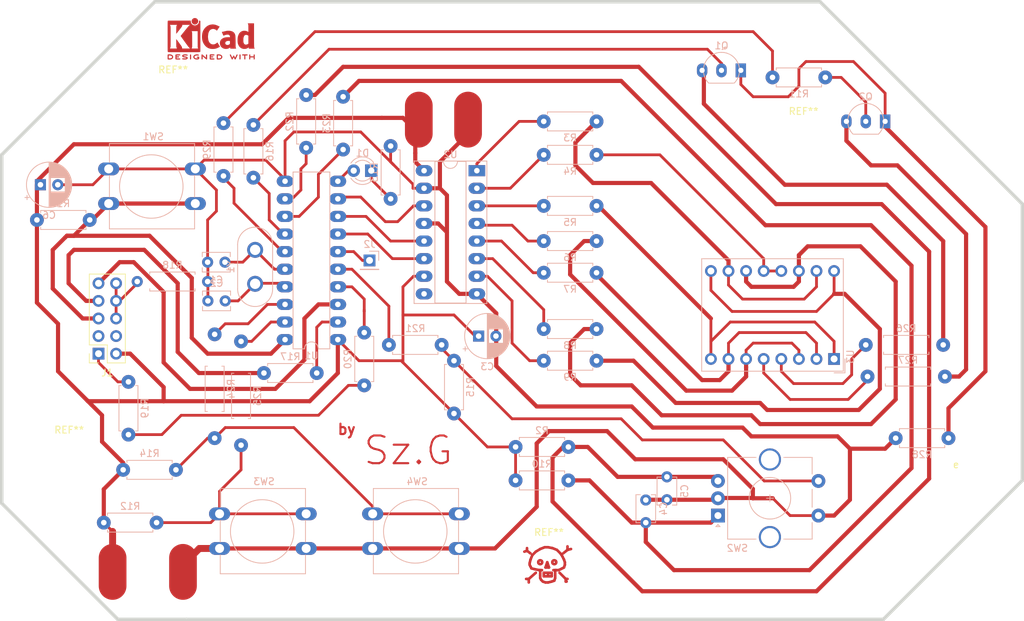
<source format=kicad_pcb>
(kicad_pcb (version 20171130) (host pcbnew "(5.1.10)-1")
  (layers (0 F.Cu signal) (31 B.Cu signal hide) (34 B.Paste user hide) (35 F.Paste user hide) (36 B.SilkS user) (37 F.SilkS user hide) (38 B.Mask user hide) (39 F.Mask user hide) (44 Edge.Cuts user))
  (net 0 "")
  (net 1 "Net-(C1-Pad2)")
  (net 2 GND)
  (net 3 "Net-(C2-Pad1)")
  (net 4 +5V)
  (net 5 "Net-(C4-Pad1)")
  (net 6 "Net-(C5-Pad2)")
  (net 7 "Net-(D1-Pad2)")
  (net 8 "Net-(D1-Pad1)")
  (net 9 MOSI)
  (net 10 RST)
  (net 11 SCK)
  (net 12 MISO)
  (net 13 "Net-(Q1-Pad3)")
  (net 14 "Net-(Q1-Pad2)")
  (net 15 "Net-(Q2-Pad3)")
  (net 16 "Net-(Q2-Pad2)")
  (net 17 /A)
  (net 18 "Net-(R3-Pad1)")
  (net 19 /B)
  (net 20 "Net-(R4-Pad1)")
  (net 21 /C)
  (net 22 "Net-(R5-Pad1)")
  (net 23 /D)
  (net 24 "Net-(R6-Pad1)")
  (net 25 /E)
  (net 26 "Net-(R7-Pad1)")
  (net 27 /F)
  (net 28 "Net-(R8-Pad1)")
  (net 29 /G)
  (net 30 "Net-(R9-Pad1)")
  (net 31 "Net-(R11-Pad1)")
  (net 32 "Net-(R12-Pad1)")
  (net 33 "Net-(R14-Pad1)")
  (net 34 "Net-(R15-Pad2)")
  (net 35 "Net-(R16-Pad1)")
  (net 36 /sMOSI)
  (net 37 /sCS)
  (net 38 /sSCK)
  (net 39 "Net-(J1-Pad7)")
  (net 40 "Net-(J1-Pad3)")
  (net 41 "Net-(J1-Pad10)")
  (net 42 "Net-(R19-Pad1)")
  (net 43 "Net-(R21-Pad2)")
  (net 44 "Net-(R22-Pad2)")
  (net 45 "Net-(R23-Pad2)")
  (net 46 "Net-(R24-Pad2)")
  (net 47 "Net-(R25-Pad2)")
  (net 48 "Net-(Q1-Pad1)")
  (net 49 "Net-(R26-Pad2)")
  (net 50 "Net-(R27-Pad2)")
  (net 51 "Net-(R29-Pad2)")
  (net 52 "Net-(J2-Pad1)")
  (module Symbol:Symbol_Danger_CopperTop_Small (layer F.Cu) (at 110.998 112.268)
    (fp_text reference REF** (at 0.254 -4.699) (layer F.SilkS))
    (fp_text value Symbol_Danger_CopperTop_Small)
    (fp_line (start 1.27 0.762) (end 0.889 0.762) (layer F.Cu) (width 0.381))
    (fp_line (start 1.651 0.762) (end 1.27 0.762) (layer F.Cu) (width 0.381))
    (fp_line (start 2.159 0.508) (end 1.651 0.762) (layer F.Cu) (width 0.381))
    (fp_line (start 2.413 0.381) (end 2.159 0.508) (layer F.Cu) (width 0.381))
    (fp_line (start 2.54 0) (end 2.413 0.381) (layer F.Cu) (width 0.381))
    (fp_line (start 2.54 -0.381) (end 2.54 0) (layer F.Cu) (width 0.381))
    (fp_line (start 2.413 -0.762) (end 2.54 -0.381) (layer F.Cu) (width 0.381))
    (fp_line (start 2.159 -1.27) (end 2.413 -0.762) (layer F.Cu) (width 0.381))
    (fp_line (start 1.905 -1.651) (end 2.159 -1.27) (layer F.Cu) (width 0.381))
    (fp_line (start 1.397 -2.159) (end 1.905 -1.651) (layer F.Cu) (width 0.381))
    (fp_line (start 0.762 -2.413) (end 1.397 -2.159) (layer F.Cu) (width 0.381))
    (fp_line (start 0.127 -2.54) (end 0.762 -2.413) (layer F.Cu) (width 0.381))
    (fp_line (start -0.381 -2.54) (end 0.127 -2.54) (layer F.Cu) (width 0.381))
    (fp_line (start -1.016 -2.286) (end -0.381 -2.54) (layer F.Cu) (width 0.381))
    (fp_line (start -1.651 -1.905) (end -1.016 -2.286) (layer F.Cu) (width 0.381))
    (fp_line (start -2.159 -1.397) (end -1.651 -1.905) (layer F.Cu) (width 0.381))
    (fp_line (start -2.413 -0.762) (end -2.159 -1.397) (layer F.Cu) (width 0.381))
    (fp_line (start -2.54 -0.254) (end -2.413 -0.762) (layer F.Cu) (width 0.381))
    (fp_line (start -2.54 0) (end -2.54 -0.254) (layer F.Cu) (width 0.381))
    (fp_line (start -1.143 0.762) (end -0.762 0.762) (layer F.Cu) (width 0.381))
    (fp_line (start -1.778 0.635) (end -1.143 0.762) (layer F.Cu) (width 0.381))
    (fp_line (start -2.286 0.508) (end -1.778 0.635) (layer F.Cu) (width 0.381))
    (fp_line (start -2.413 0.254) (end -2.286 0.508) (layer F.Cu) (width 0.381))
    (fp_line (start -2.54 0) (end -2.413 0.254) (layer F.Cu) (width 0.381))
    (fp_line (start -1.016 1.524) (end -1.016 0.762) (layer F.Cu) (width 0.381))
    (fp_line (start -1.016 1.905) (end -1.016 1.524) (layer F.Cu) (width 0.381))
    (fp_line (start 0.127 2.54) (end -0.254 2.54) (layer F.Cu) (width 0.381))
    (fp_line (start 0.635 2.413) (end 0.127 2.54) (layer F.Cu) (width 0.381))
    (fp_line (start 1.016 2.286) (end 0.635 2.413) (layer F.Cu) (width 0.381))
    (fp_line (start 1.143 1.905) (end 1.016 2.286) (layer F.Cu) (width 0.381))
    (fp_line (start 1.143 1.524) (end 1.143 1.905) (layer F.Cu) (width 0.381))
    (fp_line (start 1.143 0.762) (end 1.143 1.524) (layer F.Cu) (width 0.381))
    (fp_line (start -0.635 2.413) (end -0.254 2.54) (layer F.Cu) (width 0.381))
    (fp_line (start -0.889 2.159) (end -0.635 2.413) (layer F.Cu) (width 0.381))
    (fp_line (start -1.016 1.905) (end -0.889 2.159) (layer F.Cu) (width 0.381))
    (fp_line (start -0.254 0.381) (end 0 -0.381) (layer F.Cu) (width 0.381))
    (fp_line (start 0.254 0.381) (end -0.254 0.381) (layer F.Cu) (width 0.381))
    (fp_line (start 0 -0.381) (end 0.254 0.381) (layer F.Cu) (width 0.381))
    (fp_circle (center 1.016 -0.381) (end 1.27 -0.254) (layer F.Cu) (width 0.381))
    (fp_circle (center -1.016 -0.381) (end -1.27 -0.254) (layer F.Cu) (width 0.381))
    (fp_line (start -0.508 1.651) (end -0.508 1.143) (layer F.Cu) (width 0.381))
    (fp_line (start 0.635 1.651) (end -0.508 1.651) (layer F.Cu) (width 0.381))
    (fp_line (start 0.635 1.143) (end 0.635 1.651) (layer F.Cu) (width 0.381))
    (fp_line (start -0.508 1.143) (end 0.635 1.143) (layer F.Cu) (width 0.381))
    (fp_line (start 0.127 1.27) (end 0.127 1.524) (layer F.Cu) (width 0.381))
    (fp_line (start 2.286 -1.651) (end 2.921 -2.159) (layer F.Cu) (width 0.381))
    (fp_line (start 2.921 -2.159) (end 2.921 -2.667) (layer F.Cu) (width 0.381))
    (fp_line (start 2.921 -2.159) (end 3.429 -2.286) (layer F.Cu) (width 0.381))
    (fp_line (start -1.651 1.143) (end -2.667 2.032) (layer F.Cu) (width 0.381))
    (fp_line (start -2.667 2.032) (end -3.048 2.032) (layer F.Cu) (width 0.381))
    (fp_line (start -2.667 2.032) (end -2.667 2.54) (layer F.Cu) (width 0.381))
    (fp_line (start -2.413 -1.651) (end -2.921 -2.032) (layer F.Cu) (width 0.381))
    (fp_line (start -2.921 -2.032) (end -2.921 -2.413) (layer F.Cu) (width 0.381))
    (fp_line (start -2.921 -2.032) (end -3.302 -1.905) (layer F.Cu) (width 0.381))
    (fp_line (start 2.667 2.032) (end 2.921 2.032) (layer F.Cu) (width 0.381))
    (fp_line (start 1.778 1.143) (end 2.667 2.032) (layer F.Cu) (width 0.381))
    (fp_line (start 2.667 2.413) (end 2.794 2.413) (layer F.Cu) (width 0.381))
    (fp_line (start 2.667 2.032) (end 2.667 2.413) (layer F.Cu) (width 0.381))
  )
  (module Symbol:KiCad-Logo2_5mm_Copper (layer F.Cu) (at 62.484 36.322)
    (fp_text reference REF** hide)
    (fp_text value KiCad-Logo2_5mm_Copper hide)
    (fp_poly (pts (xy 6.228823 2.274533) (xy 6.260202 2.296776) (xy 6.287911 2.324485) (xy 6.287911 2.63392) (xy 6.287838 2.725799) (xy 6.287495 2.79784) (xy 6.286692 2.85278) (xy 6.285241 2.89336) (xy 6.282952 2.922317) (xy 6.279636 2.942391) (xy 6.275105 2.956321) (xy 6.269169 2.966845) (xy 6.264514 2.9731) (xy 6.233783 2.997673) (xy 6.198496 3.000341) (xy 6.166245 2.985271) (xy 6.155588 2.976374) (xy 6.148464 2.964557) (xy 6.144167 2.945526) (xy 6.141991 2.914992) (xy 6.141228 2.868662) (xy 6.141155 2.832871) (xy 6.141155 2.698045) (xy 5.644444 2.698045) (xy 5.644444 2.8207) (xy 5.643931 2.876787) (xy 5.641876 2.915333) (xy 5.637508 2.941361) (xy 5.630056 2.959897) (xy 5.621047 2.9731) (xy 5.590144 2.997604) (xy 5.555196 3.000506) (xy 5.521738 2.983089) (xy 5.512604 2.973959) (xy 5.506152 2.961855) (xy 5.501897 2.943001) (xy 5.499352 2.91362) (xy 5.498029 2.869937) (xy 5.497443 2.808175) (xy 5.497375 2.794) (xy 5.496891 2.677631) (xy 5.496641 2.581727) (xy 5.496723 2.504177) (xy 5.497231 2.442869) (xy 5.498262 2.39569) (xy 5.499913 2.36053) (xy 5.502279 2.335276) (xy 5.505457 2.317817) (xy 5.509544 2.306041) (xy 5.514634 2.297835) (xy 5.520266 2.291645) (xy 5.552128 2.271844) (xy 5.585357 2.274533) (xy 5.616735 2.296776) (xy 5.629433 2.311126) (xy 5.637526 2.326978) (xy 5.642042 2.349554) (xy 5.644006 2.384078) (xy 5.644444 2.435776) (xy 5.644444 2.551289) (xy 6.141155 2.551289) (xy 6.141155 2.432756) (xy 6.141662 2.378148) (xy 6.143698 2.341275) (xy 6.148035 2.317307) (xy 6.155447 2.301415) (xy 6.163733 2.291645) (xy 6.195594 2.271844) (xy 6.228823 2.274533)) (layer F.Cu) (width 0.01))
    (fp_poly (pts (xy 4.963065 2.269163) (xy 5.041772 2.269542) (xy 5.102863 2.270333) (xy 5.148817 2.27167) (xy 5.182114 2.273683) (xy 5.205236 2.276506) (xy 5.220662 2.280269) (xy 5.230871 2.285105) (xy 5.235813 2.288822) (xy 5.261457 2.321358) (xy 5.264559 2.355138) (xy 5.248711 2.385826) (xy 5.238348 2.398089) (xy 5.227196 2.40645) (xy 5.211035 2.411657) (xy 5.185642 2.414457) (xy 5.146798 2.415596) (xy 5.09028 2.415821) (xy 5.07918 2.415822) (xy 4.933244 2.415822) (xy 4.933244 2.686756) (xy 4.933148 2.772154) (xy 4.932711 2.837864) (xy 4.931712 2.886774) (xy 4.929928 2.921773) (xy 4.927137 2.945749) (xy 4.923117 2.961593) (xy 4.917645 2.972191) (xy 4.910666 2.980267) (xy 4.877734 3.000112) (xy 4.843354 2.998548) (xy 4.812176 2.975906) (xy 4.809886 2.9731) (xy 4.802429 2.962492) (xy 4.796747 2.950081) (xy 4.792601 2.93285) (xy 4.78975 2.907784) (xy 4.787954 2.871867) (xy 4.786972 2.822083) (xy 4.786564 2.755417) (xy 4.786489 2.679589) (xy 4.786489 2.415822) (xy 4.647127 2.415822) (xy 4.587322 2.415418) (xy 4.545918 2.41384) (xy 4.518748 2.410547) (xy 4.501646 2.404992) (xy 4.490443 2.396631) (xy 4.489083 2.395178) (xy 4.472725 2.361939) (xy 4.474172 2.324362) (xy 4.492978 2.291645) (xy 4.50025 2.285298) (xy 4.509627 2.280266) (xy 4.523609 2.276396) (xy 4.544696 2.273537) (xy 4.575389 2.271535) (xy 4.618189 2.270239) (xy 4.675595 2.269498) (xy 4.75011 2.269158) (xy 4.844233 2.269068) (xy 4.86426 2.269067) (xy 4.963065 2.269163)) (layer F.Cu) (width 0.01))
    (fp_poly (pts (xy 4.188614 2.275877) (xy 4.212327 2.290647) (xy 4.238978 2.312227) (xy 4.238978 2.633773) (xy 4.238893 2.72783) (xy 4.238529 2.801932) (xy 4.237724 2.858704) (xy 4.236313 2.900768) (xy 4.234133 2.930748) (xy 4.231021 2.951267) (xy 4.226814 2.964949) (xy 4.221348 2.974416) (xy 4.217472 2.979082) (xy 4.186034 2.999575) (xy 4.150233 2.998739) (xy 4.118873 2.981264) (xy 4.092222 2.959684) (xy 4.092222 2.312227) (xy 4.118873 2.290647) (xy 4.144594 2.274949) (xy 4.1656 2.269067) (xy 4.188614 2.275877)) (layer F.Cu) (width 0.01))
    (fp_poly (pts (xy 3.744665 2.271034) (xy 3.764255 2.278035) (xy 3.76501 2.278377) (xy 3.791613 2.298678) (xy 3.80627 2.319561) (xy 3.809138 2.329352) (xy 3.808996 2.342361) (xy 3.804961 2.360895) (xy 3.796146 2.387257) (xy 3.781669 2.423752) (xy 3.760645 2.472687) (xy 3.732188 2.536365) (xy 3.695415 2.617093) (xy 3.675175 2.661216) (xy 3.638625 2.739985) (xy 3.604315 2.812423) (xy 3.573552 2.87588) (xy 3.547648 2.927708) (xy 3.52791 2.965259) (xy 3.51565 2.985884) (xy 3.513224 2.988733) (xy 3.482183 3.001302) (xy 3.447121 2.999619) (xy 3.419 2.984332) (xy 3.417854 2.983089) (xy 3.406668 2.966154) (xy 3.387904 2.93317) (xy 3.363875 2.88838) (xy 3.336897 2.836032) (xy 3.327201 2.816742) (xy 3.254014 2.67015) (xy 3.17424 2.829393) (xy 3.145767 2.884415) (xy 3.11935 2.932132) (xy 3.097148 2.968893) (xy 3.081319 2.991044) (xy 3.075954 2.995741) (xy 3.034257 3.002102) (xy 2.999849 2.988733) (xy 2.989728 2.974446) (xy 2.972214 2.942692) (xy 2.948735 2.896597) (xy 2.92072 2.839285) (xy 2.889599 2.77388) (xy 2.856799 2.703507) (xy 2.82375 2.631291) (xy 2.791881 2.560355) (xy 2.762619 2.493825) (xy 2.737395 2.434826) (xy 2.717636 2.386481) (xy 2.704772 2.351915) (xy 2.700231 2.334253) (xy 2.700277 2.333613) (xy 2.711326 2.311388) (xy 2.73341 2.288753) (xy 2.73471 2.287768) (xy 2.761853 2.272425) (xy 2.786958 2.272574) (xy 2.796368 2.275466) (xy 2.807834 2.281718) (xy 2.82001 2.294014) (xy 2.834357 2.314908) (xy 2.852336 2.346949) (xy 2.875407 2.392688) (xy 2.90503 2.454677) (xy 2.931745 2.511898) (xy 2.96248 2.578226) (xy 2.990021 2.637874) (xy 3.012938 2.687725) (xy 3.029798 2.724664) (xy 3.039173 2.745573) (xy 3.04054 2.748845) (xy 3.046689 2.743497) (xy 3.060822 2.721109) (xy 3.081057 2.684946) (xy 3.105515 2.638277) (xy 3.115248 2.619022) (xy 3.148217 2.554004) (xy 3.173643 2.506654) (xy 3.193612 2.474219) (xy 3.21021 2.453946) (xy 3.225524 2.443082) (xy 3.24164 2.438875) (xy 3.252143 2.4384) (xy 3.27067 2.440042) (xy 3.286904 2.446831) (xy 3.303035 2.461566) (xy 3.321251 2.487044) (xy 3.343739 2.526061) (xy 3.372689 2.581414) (xy 3.388662 2.612903) (xy 3.41457 2.663087) (xy 3.437167 2.704704) (xy 3.454458 2.734242) (xy 3.46445 2.748189) (xy 3.465809 2.74877) (xy 3.472261 2.737793) (xy 3.486708 2.70929) (xy 3.507703 2.666244) (xy 3.533797 2.611638) (xy 3.563546 2.548454) (xy 3.57818 2.517071) (xy 3.61625 2.436078) (xy 3.646905 2.373756) (xy 3.671737 2.328071) (xy 3.692337 2.296989) (xy 3.710298 2.278478) (xy 3.72721 2.270504) (xy 3.744665 2.271034)) (layer F.Cu) (width 0.01))
    (fp_poly (pts (xy 1.018309 2.269275) (xy 1.147288 2.273636) (xy 1.256991 2.286861) (xy 1.349226 2.309741) (xy 1.425802 2.34307) (xy 1.488527 2.387638) (xy 1.539212 2.444236) (xy 1.579663 2.513658) (xy 1.580459 2.515351) (xy 1.604601 2.577483) (xy 1.613203 2.632509) (xy 1.606231 2.687887) (xy 1.583654 2.751073) (xy 1.579372 2.760689) (xy 1.550172 2.816966) (xy 1.517356 2.860451) (xy 1.475002 2.897417) (xy 1.41719 2.934135) (xy 1.413831 2.936052) (xy 1.363504 2.960227) (xy 1.306621 2.978282) (xy 1.239527 2.990839) (xy 1.158565 2.998522) (xy 1.060082 3.001953) (xy 1.025286 3.002251) (xy 0.859594 3.002845) (xy 0.836197 2.9731) (xy 0.829257 2.963319) (xy 0.823842 2.951897) (xy 0.819765 2.936095) (xy 0.816837 2.913175) (xy 0.814867 2.880396) (xy 0.814225 2.856089) (xy 0.970844 2.856089) (xy 1.064726 2.856089) (xy 1.119664 2.854483) (xy 1.17606 2.850255) (xy 1.222345 2.844292) (xy 1.225139 2.84379) (xy 1.307348 2.821736) (xy 1.371114 2.7886) (xy 1.418452 2.742847) (xy 1.451382 2.682939) (xy 1.457108 2.667061) (xy 1.462721 2.642333) (xy 1.460291 2.617902) (xy 1.448467 2.5854) (xy 1.44134 2.569434) (xy 1.418 2.527006) (xy 1.38988 2.49724) (xy 1.35894 2.476511) (xy 1.296966 2.449537) (xy 1.217651 2.429998) (xy 1.125253 2.418746) (xy 1.058333 2.41627) (xy 0.970844 2.415822) (xy 0.970844 2.856089) (xy 0.814225 2.856089) (xy 0.813668 2.835021) (xy 0.81305 2.774311) (xy 0.812825 2.695526) (xy 0.8128 2.63392) (xy 0.8128 2.324485) (xy 0.840509 2.296776) (xy 0.852806 2.285544) (xy 0.866103 2.277853) (xy 0.884672 2.27304) (xy 0.912786 2.270446) (xy 0.954717 2.26941) (xy 1.014737 2.26927) (xy 1.018309 2.269275)) (layer F.Cu) (width 0.01))
    (fp_poly (pts (xy 0.230343 2.26926) (xy 0.306701 2.270174) (xy 0.365217 2.272311) (xy 0.408255 2.276175) (xy 0.438183 2.282267) (xy 0.457368 2.29109) (xy 0.468176 2.303146) (xy 0.472973 2.318939) (xy 0.474127 2.33897) (xy 0.474133 2.341335) (xy 0.473131 2.363992) (xy 0.468396 2.381503) (xy 0.457333 2.394574) (xy 0.437348 2.403913) (xy 0.405846 2.410227) (xy 0.360232 2.414222) (xy 0.297913 2.416606) (xy 0.216293 2.418086) (xy 0.191277 2.418414) (xy -0.0508 2.421467) (xy -0.054186 2.486378) (xy -0.057571 2.551289) (xy 0.110576 2.551289) (xy 0.176266 2.551531) (xy 0.223172 2.552556) (xy 0.255083 2.554811) (xy 0.275791 2.558742) (xy 0.289084 2.564798) (xy 0.298755 2.573424) (xy 0.298817 2.573493) (xy 0.316356 2.607112) (xy 0.315722 2.643448) (xy 0.297314 2.674423) (xy 0.293671 2.677607) (xy 0.280741 2.685812) (xy 0.263024 2.691521) (xy 0.23657 2.695162) (xy 0.197432 2.697167) (xy 0.141662 2.697964) (xy 0.105994 2.698045) (xy -0.056445 2.698045) (xy -0.056445 2.856089) (xy 0.190161 2.856089) (xy 0.27158 2.856231) (xy 0.33341 2.856814) (xy 0.378637 2.858068) (xy 0.410248 2.860227) (xy 0.431231 2.863523) (xy 0.444573 2.868189) (xy 0.453261 2.874457) (xy 0.45545 2.876733) (xy 0.471614 2.90828) (xy 0.472797 2.944168) (xy 0.459536 2.975285) (xy 0.449043 2.985271) (xy 0.438129 2.990769) (xy 0.421217 2.995022) (xy 0.395633 2.99818) (xy 0.358701 3.000392) (xy 0.307746 3.001806) (xy 0.240094 3.002572) (xy 0.153069 3.002838) (xy 0.133394 3.002845) (xy 0.044911 3.002787) (xy -0.023773 3.002467) (xy -0.075436 3.001667) (xy -0.112855 3.000167) (xy -0.13881 2.997749) (xy -0.156078 2.994194) (xy -0.167438 2.989282) (xy -0.175668 2.982795) (xy -0.180183 2.978138) (xy -0.186979 2.969889) (xy -0.192288 2.959669) (xy -0.196294 2.9448) (xy -0.199179 2.922602) (xy -0.201126 2.890393) (xy -0.202319 2.845496) (xy -0.202939 2.785228) (xy -0.203171 2.706911) (xy -0.2032 2.640994) (xy -0.203129 2.548628) (xy -0.202792 2.476117) (xy -0.202002 2.420737) (xy -0.200574 2.379765) (xy -0.198321 2.350478) (xy -0.195057 2.330153) (xy -0.190596 2.316066) (xy -0.184752 2.305495) (xy -0.179803 2.298811) (xy -0.156406 2.269067) (xy 0.133774 2.269067) (xy 0.230343 2.26926)) (layer F.Cu) (width 0.01))
    (fp_poly (pts (xy -1.300114 2.273448) (xy -1.276548 2.287273) (xy -1.245735 2.309881) (xy -1.206078 2.342338) (xy -1.15598 2.385708) (xy -1.093843 2.441058) (xy -1.018072 2.509451) (xy -0.931334 2.588084) (xy -0.750711 2.751878) (xy -0.745067 2.532029) (xy -0.743029 2.456351) (xy -0.741063 2.399994) (xy -0.738734 2.359706) (xy -0.735606 2.332235) (xy -0.731245 2.314329) (xy -0.725216 2.302737) (xy -0.717084 2.294208) (xy -0.712772 2.290623) (xy -0.678241 2.27167) (xy -0.645383 2.274441) (xy -0.619318 2.290633) (xy -0.592667 2.312199) (xy -0.589352 2.627151) (xy -0.588435 2.719779) (xy -0.587968 2.792544) (xy -0.588113 2.848161) (xy -0.589032 2.889342) (xy -0.590887 2.918803) (xy -0.593839 2.939255) (xy -0.59805 2.953413) (xy -0.603682 2.963991) (xy -0.609927 2.972474) (xy -0.623439 2.988207) (xy -0.636883 2.998636) (xy -0.652124 3.002639) (xy -0.671026 2.999094) (xy -0.695455 2.986879) (xy -0.727273 2.964871) (xy -0.768348 2.931949) (xy -0.820542 2.886991) (xy -0.885722 2.828875) (xy -0.959556 2.762099) (xy -1.224845 2.521458) (xy -1.230489 2.740589) (xy -1.232531 2.816128) (xy -1.234502 2.872354) (xy -1.236839 2.912524) (xy -1.239981 2.939896) (xy -1.244364 2.957728) (xy -1.250424 2.969279) (xy -1.2586 2.977807) (xy -1.262784 2.981282) (xy -1.299765 3.000372) (xy -1.334708 2.997493) (xy -1.365136 2.9731) (xy -1.372097 2.963286) (xy -1.377523 2.951826) (xy -1.381603 2.935968) (xy -1.384529 2.912963) (xy -1.386492 2.880062) (xy -1.387683 2.834516) (xy -1.388292 2.773573) (xy -1.388511 2.694486) (xy -1.388534 2.635956) (xy -1.38846 2.544407) (xy -1.388113 2.472687) (xy -1.387301 2.418045) (xy -1.385833 2.377732) (xy -1.383519 2.348998) (xy -1.380167 2.329093) (xy -1.375588 2.315268) (xy -1.369589 2.304772) (xy -1.365136 2.298811) (xy -1.35385 2.284691) (xy -1.343301 2.274029) (xy -1.331893 2.267892) (xy -1.31803 2.267343) (xy -1.300114 2.273448)) (layer F.Cu) (width 0.01))
    (fp_poly (pts (xy -1.950081 2.274599) (xy -1.881565 2.286095) (xy -1.828943 2.303967) (xy -1.794708 2.327499) (xy -1.785379 2.340924) (xy -1.775893 2.372148) (xy -1.782277 2.400395) (xy -1.80243 2.427182) (xy -1.833745 2.439713) (xy -1.879183 2.438696) (xy -1.914326 2.431906) (xy -1.992419 2.418971) (xy -2.072226 2.417742) (xy -2.161555 2.428241) (xy -2.186229 2.43269) (xy -2.269291 2.456108) (xy -2.334273 2.490945) (xy -2.380461 2.536604) (xy -2.407145 2.592494) (xy -2.412663 2.621388) (xy -2.409051 2.680012) (xy -2.385729 2.731879) (xy -2.344824 2.775978) (xy -2.288459 2.811299) (xy -2.21876 2.836829) (xy -2.137852 2.851559) (xy -2.04786 2.854478) (xy -1.95091 2.844575) (xy -1.945436 2.843641) (xy -1.906875 2.836459) (xy -1.885494 2.829521) (xy -1.876227 2.819227) (xy -1.874006 2.801976) (xy -1.873956 2.792841) (xy -1.873956 2.754489) (xy -1.942431 2.754489) (xy -2.0029 2.750347) (xy -2.044165 2.737147) (xy -2.068175 2.71373) (xy -2.076877 2.678936) (xy -2.076983 2.674394) (xy -2.071892 2.644654) (xy -2.054433 2.623419) (xy -2.021939 2.609366) (xy -1.971743 2.601173) (xy -1.923123 2.598161) (xy -1.852456 2.596433) (xy -1.801198 2.59907) (xy -1.766239 2.6088) (xy -1.74447 2.628353) (xy -1.73278 2.660456) (xy -1.72806 2.707838) (xy -1.7272 2.770071) (xy -1.728609 2.839535) (xy -1.732848 2.886786) (xy -1.739936 2.912012) (xy -1.741311 2.913988) (xy -1.780228 2.945508) (xy -1.837286 2.97047) (xy -1.908869 2.98834) (xy -1.991358 2.998586) (xy -2.081139 3.000673) (xy -2.174592 2.994068) (xy -2.229556 2.985956) (xy -2.315766 2.961554) (xy -2.395892 2.921662) (xy -2.462977 2.869887) (xy -2.473173 2.859539) (xy -2.506302 2.816035) (xy -2.536194 2.762118) (xy -2.559357 2.705592) (xy -2.572298 2.654259) (xy -2.573858 2.634544) (xy -2.567218 2.593419) (xy -2.549568 2.542252) (xy -2.524297 2.488394) (xy -2.494789 2.439195) (xy -2.468719 2.406334) (xy -2.407765 2.357452) (xy -2.328969 2.318545) (xy -2.235157 2.290494) (xy -2.12915 2.274179) (xy -2.032 2.270192) (xy -1.950081 2.274599)) (layer F.Cu) (width 0.01))
    (fp_poly (pts (xy -2.923822 2.291645) (xy -2.917242 2.299218) (xy -2.912079 2.308987) (xy -2.908164 2.323571) (xy -2.905324 2.345585) (xy -2.903387 2.377648) (xy -2.902183 2.422375) (xy -2.901539 2.482385) (xy -2.901284 2.560294) (xy -2.901245 2.635956) (xy -2.901314 2.729802) (xy -2.901638 2.803689) (xy -2.902386 2.860232) (xy -2.903732 2.902049) (xy -2.905846 2.931757) (xy -2.9089 2.951973) (xy -2.913066 2.965314) (xy -2.918516 2.974398) (xy -2.923822 2.980267) (xy -2.956826 2.999947) (xy -2.991991 2.998181) (xy -3.023455 2.976717) (xy -3.030684 2.968337) (xy -3.036334 2.958614) (xy -3.040599 2.944861) (xy -3.043673 2.924389) (xy -3.045752 2.894512) (xy -3.04703 2.852541) (xy -3.047701 2.795789) (xy -3.047959 2.721567) (xy -3.048 2.637537) (xy -3.048 2.324485) (xy -3.020291 2.296776) (xy -2.986137 2.273463) (xy -2.953006 2.272623) (xy -2.923822 2.291645)) (layer F.Cu) (width 0.01))
    (fp_poly (pts (xy -3.691703 2.270351) (xy -3.616888 2.275581) (xy -3.547306 2.28375) (xy -3.487002 2.29455) (xy -3.44002 2.307673) (xy -3.410406 2.322813) (xy -3.40586 2.327269) (xy -3.390054 2.36185) (xy -3.394847 2.397351) (xy -3.419364 2.427725) (xy -3.420534 2.428596) (xy -3.434954 2.437954) (xy -3.450008 2.442876) (xy -3.471005 2.443473) (xy -3.503257 2.439861) (xy -3.552073 2.432154) (xy -3.556 2.431505) (xy -3.628739 2.422569) (xy -3.707217 2.418161) (xy -3.785927 2.418119) (xy -3.859361 2.422279) (xy -3.922011 2.430479) (xy -3.96837 2.442557) (xy -3.971416 2.443771) (xy -4.005048 2.462615) (xy -4.016864 2.481685) (xy -4.007614 2.500439) (xy -3.978047 2.518337) (xy -3.928911 2.534837) (xy -3.860957 2.549396) (xy -3.815645 2.556406) (xy -3.721456 2.569889) (xy -3.646544 2.582214) (xy -3.587717 2.594449) (xy -3.541785 2.607661) (xy -3.505555 2.622917) (xy -3.475838 2.641285) (xy -3.449442 2.663831) (xy -3.42823 2.685971) (xy -3.403065 2.716819) (xy -3.390681 2.743345) (xy -3.386808 2.776026) (xy -3.386667 2.787995) (xy -3.389576 2.827712) (xy -3.401202 2.857259) (xy -3.421323 2.883486) (xy -3.462216 2.923576) (xy -3.507817 2.954149) (xy -3.561513 2.976203) (xy -3.626692 2.990735) (xy -3.706744 2.998741) (xy -3.805057 3.001218) (xy -3.821289 3.001177) (xy -3.886849 2.999818) (xy -3.951866 2.99673) (xy -4.009252 2.992356) (xy -4.051922 2.98714) (xy -4.055372 2.986541) (xy -4.097796 2.976491) (xy -4.13378 2.963796) (xy -4.15415 2.95219) (xy -4.173107 2.921572) (xy -4.174427 2.885918) (xy -4.158085 2.854144) (xy -4.154429 2.850551) (xy -4.139315 2.839876) (xy -4.120415 2.835276) (xy -4.091162 2.836059) (xy -4.055651 2.840127) (xy -4.01597 2.843762) (xy -3.960345 2.846828) (xy -3.895406 2.849053) (xy -3.827785 2.850164) (xy -3.81 2.850237) (xy -3.742128 2.849964) (xy -3.692454 2.848646) (xy -3.65661 2.845827) (xy -3.630224 2.84105) (xy -3.608926 2.833857) (xy -3.596126 2.827867) (xy -3.568 2.811233) (xy -3.550068 2.796168) (xy -3.547447 2.791897) (xy -3.552976 2.774263) (xy -3.57926 2.757192) (xy -3.624478 2.741458) (xy -3.686808 2.727838) (xy -3.705171 2.724804) (xy -3.80109 2.709738) (xy -3.877641 2.697146) (xy -3.93778 2.686111) (xy -3.98446 2.67572) (xy -4.020637 2.665056) (xy -4.049265 2.653205) (xy -4.073298 2.639251) (xy -4.095692 2.622281) (xy -4.119402 2.601378) (xy -4.12738 2.594049) (xy -4.155353 2.566699) (xy -4.17016 2.545029) (xy -4.175952 2.520232) (xy -4.176889 2.488983) (xy -4.166575 2.427705) (xy -4.135752 2.37564) (xy -4.084595 2.332958) (xy -4.013283 2.299825) (xy -3.9624 2.284964) (xy -3.9071 2.275366) (xy -3.840853 2.269936) (xy -3.767706 2.268367) (xy -3.691703 2.270351)) (layer F.Cu) (width 0.01))
    (fp_poly (pts (xy -4.712794 2.269146) (xy -4.643386 2.269518) (xy -4.590997 2.270385) (xy -4.552847 2.271946) (xy -4.526159 2.274403) (xy -4.508153 2.277957) (xy -4.496049 2.28281) (xy -4.487069 2.289161) (xy -4.483818 2.292084) (xy -4.464043 2.323142) (xy -4.460482 2.358828) (xy -4.473491 2.39051) (xy -4.479506 2.396913) (xy -4.489235 2.403121) (xy -4.504901 2.40791) (xy -4.529408 2.411514) (xy -4.565661 2.414164) (xy -4.616565 2.416095) (xy -4.685026 2.417539) (xy -4.747617 2.418418) (xy -4.995334 2.421467) (xy -4.998719 2.486378) (xy -5.002105 2.551289) (xy -4.833958 2.551289) (xy -4.760959 2.551919) (xy -4.707517 2.554553) (xy -4.670628 2.560309) (xy -4.647288 2.570304) (xy -4.634494 2.585656) (xy -4.629242 2.607482) (xy -4.628445 2.627738) (xy -4.630923 2.652592) (xy -4.640277 2.670906) (xy -4.659383 2.683637) (xy -4.691118 2.691741) (xy -4.738359 2.696176) (xy -4.803983 2.697899) (xy -4.839801 2.698045) (xy -5.000978 2.698045) (xy -5.000978 2.856089) (xy -4.752622 2.856089) (xy -4.671213 2.856202) (xy -4.609342 2.856712) (xy -4.563968 2.85787) (xy -4.532054 2.85993) (xy -4.510559 2.863146) (xy -4.496443 2.867772) (xy -4.486668 2.874059) (xy -4.481689 2.878667) (xy -4.46461 2.90556) (xy -4.459111 2.929467) (xy -4.466963 2.958667) (xy -4.481689 2.980267) (xy -4.489546 2.987066) (xy -4.499688 2.992346) (xy -4.514844 2.996298) (xy -4.537741 2.999113) (xy -4.571109 3.000982) (xy -4.617675 3.002098) (xy -4.680167 3.002651) (xy -4.761314 3.002833) (xy -4.803422 3.002845) (xy -4.893598 3.002765) (xy -4.963924 3.002398) (xy -5.017129 3.001552) (xy -5.05594 3.000036) (xy -5.083087 2.997659) (xy -5.101298 2.994229) (xy -5.1133 2.989554) (xy -5.121822 2.983444) (xy -5.125156 2.980267) (xy -5.131755 2.97267) (xy -5.136927 2.96287) (xy -5.140846 2.948239) (xy -5.143684 2.926152) (xy -5.145615 2.893982) (xy -5.146812 2.849103) (xy -5.147448 2.788889) (xy -5.147697 2.710713) (xy -5.147734 2.637923) (xy -5.1477 2.544707) (xy -5.147465 2.471431) (xy -5.14683 2.415458) (xy -5.145594 2.374151) (xy -5.143556 2.344872) (xy -5.140517 2.324984) (xy -5.136277 2.31185) (xy -5.130635 2.302832) (xy -5.123391 2.295293) (xy -5.121606 2.293612) (xy -5.112945 2.286172) (xy -5.102882 2.280409) (xy -5.088625 2.276112) (xy -5.067383 2.273064) (xy -5.036364 2.271051) (xy -4.992777 2.26986) (xy -4.933831 2.269275) (xy -4.856734 2.269083) (xy -4.802001 2.269067) (xy -4.712794 2.269146)) (layer F.Cu) (width 0.01))
    (fp_poly (pts (xy -6.121371 2.269066) (xy -6.081889 2.269467) (xy -5.9662 2.272259) (xy -5.869311 2.28055) (xy -5.787919 2.295232) (xy -5.718723 2.317193) (xy -5.65842 2.347322) (xy -5.603708 2.38651) (xy -5.584167 2.403532) (xy -5.55175 2.443363) (xy -5.52252 2.497413) (xy -5.499991 2.557323) (xy -5.487679 2.614739) (xy -5.4864 2.635956) (xy -5.494417 2.694769) (xy -5.515899 2.759013) (xy -5.546999 2.819821) (xy -5.583866 2.86833) (xy -5.589854 2.874182) (xy -5.640579 2.915321) (xy -5.696125 2.947435) (xy -5.759696 2.971365) (xy -5.834494 2.987953) (xy -5.923722 2.998041) (xy -6.030582 3.002469) (xy -6.079528 3.002845) (xy -6.141762 3.002545) (xy -6.185528 3.001292) (xy -6.214931 2.998554) (xy -6.234079 2.993801) (xy -6.247077 2.986501) (xy -6.254045 2.980267) (xy -6.260626 2.972694) (xy -6.265788 2.962924) (xy -6.269703 2.94834) (xy -6.272543 2.926326) (xy -6.27448 2.894264) (xy -6.275684 2.849536) (xy -6.276328 2.789526) (xy -6.276583 2.711617) (xy -6.276622 2.635956) (xy -6.27687 2.535041) (xy -6.276817 2.454427) (xy -6.275857 2.415822) (xy -6.129867 2.415822) (xy -6.129867 2.856089) (xy -6.036734 2.856004) (xy -5.980693 2.854396) (xy -5.921999 2.850256) (xy -5.873028 2.844464) (xy -5.871538 2.844226) (xy -5.792392 2.82509) (xy -5.731002 2.795287) (xy -5.684305 2.752878) (xy -5.654635 2.706961) (xy -5.636353 2.656026) (xy -5.637771 2.6082) (xy -5.658988 2.556933) (xy -5.700489 2.503899) (xy -5.757998 2.4646) (xy -5.83275 2.438331) (xy -5.882708 2.429035) (xy -5.939416 2.422507) (xy -5.999519 2.417782) (xy -6.050639 2.415817) (xy -6.053667 2.415808) (xy -6.129867 2.415822) (xy -6.275857 2.415822) (xy -6.27526 2.391851) (xy -6.270998 2.345055) (xy -6.26283 2.311778) (xy -6.249556 2.289759) (xy -6.229974 2.276739) (xy -6.202883 2.270457) (xy -6.167082 2.268653) (xy -6.121371 2.269066)) (layer F.Cu) (width 0.01))
    (fp_poly (pts (xy -2.273043 -2.973429) (xy -2.176768 -2.949191) (xy -2.090184 -2.906359) (xy -2.015373 -2.846581) (xy -1.954418 -2.771506) (xy -1.909399 -2.68278) (xy -1.883136 -2.58647) (xy -1.877286 -2.489205) (xy -1.89214 -2.395346) (xy -1.92584 -2.307489) (xy -1.976528 -2.22823) (xy -2.042345 -2.160164) (xy -2.121434 -2.105888) (xy -2.211934 -2.067998) (xy -2.2632 -2.055574) (xy -2.307698 -2.048053) (xy -2.341999 -2.045081) (xy -2.37496 -2.046906) (xy -2.415434 -2.053775) (xy -2.448531 -2.06075) (xy -2.541947 -2.092259) (xy -2.625619 -2.143383) (xy -2.697665 -2.212571) (xy -2.7562 -2.298272) (xy -2.770148 -2.325511) (xy -2.786586 -2.361878) (xy -2.796894 -2.392418) (xy -2.80246 -2.42455) (xy -2.804669 -2.465693) (xy -2.804948 -2.511778) (xy -2.800861 -2.596135) (xy -2.787446 -2.665414) (xy -2.762256 -2.726039) (xy -2.722846 -2.784433) (xy -2.684298 -2.828698) (xy -2.612406 -2.894516) (xy -2.537313 -2.939947) (xy -2.454562 -2.96715) (xy -2.376928 -2.977424) (xy -2.273043 -2.973429)) (layer F.Cu) (width 0.01))
    (fp_poly (pts (xy 6.186507 -0.527755) (xy 6.186526 -0.293338) (xy 6.186552 -0.080397) (xy 6.186625 0.112168) (xy 6.186782 0.285459) (xy 6.187064 0.440576) (xy 6.187509 0.57862) (xy 6.188156 0.700692) (xy 6.189045 0.807894) (xy 6.190213 0.901326) (xy 6.191701 0.98209) (xy 6.193546 1.051286) (xy 6.195789 1.110015) (xy 6.198469 1.159379) (xy 6.201623 1.200478) (xy 6.205292 1.234413) (xy 6.209513 1.262286) (xy 6.214327 1.285198) (xy 6.219773 1.304249) (xy 6.225888 1.32054) (xy 6.232712 1.335173) (xy 6.240285 1.349249) (xy 6.248645 1.363868) (xy 6.253839 1.372974) (xy 6.288104 1.433689) (xy 5.429955 1.433689) (xy 5.429955 1.337733) (xy 5.429224 1.29437) (xy 5.427272 1.261205) (xy 5.424463 1.243424) (xy 5.423221 1.241778) (xy 5.411799 1.248662) (xy 5.389084 1.266505) (xy 5.366385 1.285879) (xy 5.3118 1.326614) (xy 5.242321 1.367617) (xy 5.16527 1.405123) (xy 5.087965 1.435364) (xy 5.057113 1.445012) (xy 4.988616 1.459578) (xy 4.905764 1.469539) (xy 4.816371 1.474583) (xy 4.728248 1.474396) (xy 4.649207 1.468666) (xy 4.611511 1.462858) (xy 4.473414 1.424797) (xy 4.346113 1.367073) (xy 4.230292 1.290211) (xy 4.126637 1.194739) (xy 4.035833 1.081179) (xy 3.969031 0.970381) (xy 3.914164 0.853625) (xy 3.872163 0.734276) (xy 3.842167 0.608283) (xy 3.823311 0.471594) (xy 3.814732 0.320158) (xy 3.814006 0.242711) (xy 3.8161 0.185934) (xy 4.645217 0.185934) (xy 4.645424 0.279002) (xy 4.648337 0.366692) (xy 4.654 0.443772) (xy 4.662455 0.505009) (xy 4.665038 0.51735) (xy 4.69684 0.624633) (xy 4.738498 0.711658) (xy 4.790363 0.778642) (xy 4.852781 0.825805) (xy 4.9261 0.853365) (xy 5.010669 0.861541) (xy 5.106835 0.850551) (xy 5.170311 0.834829) (xy 5.219454 0.816639) (xy 5.273583 0.790791) (xy 5.314244 0.767089) (xy 5.3848 0.720721) (xy 5.3848 -0.42947) (xy 5.317392 -0.473038) (xy 5.238867 -0.51396) (xy 5.154681 -0.540611) (xy 5.069557 -0.552535) (xy 4.988216 -0.549278) (xy 4.91538 -0.530385) (xy 4.883426 -0.514816) (xy 4.825501 -0.471819) (xy 4.776544 -0.415047) (xy 4.73539 -0.342425) (xy 4.700874 -0.251879) (xy 4.671833 -0.141334) (xy 4.670552 -0.135467) (xy 4.660381 -0.073212) (xy 4.652739 0.004594) (xy 4.64767 0.09272) (xy 4.645217 0.185934) (xy 3.8161 0.185934) (xy 3.821857 0.029895) (xy 3.843802 -0.165941) (xy 3.879786 -0.344668) (xy 3.929759 -0.506155) (xy 3.993668 -0.650274) (xy 4.071462 -0.776894) (xy 4.163089 -0.885885) (xy 4.268497 -0.977117) (xy 4.313662 -1.008068) (xy 4.414611 -1.064215) (xy 4.517901 -1.103826) (xy 4.627989 -1.127986) (xy 4.74933 -1.137781) (xy 4.841836 -1.136735) (xy 4.97149 -1.125769) (xy 5.084084 -1.103954) (xy 5.182875 -1.070286) (xy 5.271121 -1.023764) (xy 5.319986 -0.989552) (xy 5.349353 -0.967638) (xy 5.371043 -0.952667) (xy 5.379253 -0.948267) (xy 5.380868 -0.959096) (xy 5.382159 -0.989749) (xy 5.383138 -1.037474) (xy 5.383817 -1.099521) (xy 5.38421 -1.173138) (xy 5.38433 -1.255573) (xy 5.384188 -1.344075) (xy 5.383797 -1.435893) (xy 5.383171 -1.528276) (xy 5.38232 -1.618472) (xy 5.38126 -1.703729) (xy 5.380001 -1.781297) (xy 5.378556 -1.848424) (xy 5.376938 -1.902359) (xy 5.375161 -1.94035) (xy 5.374669 -1.947333) (xy 5.367092 -2.017749) (xy 5.355531 -2.072898) (xy 5.337792 -2.120019) (xy 5.311682 -2.166353) (xy 5.305415 -2.175933) (xy 5.280983 -2.212622) (xy 6.186311 -2.212622) (xy 6.186507 -0.527755)) (layer F.Cu) (width 0.01))
    (fp_poly (pts (xy 2.673574 -1.133448) (xy 2.825492 -1.113433) (xy 2.960756 -1.079798) (xy 3.080239 -1.032275) (xy 3.184815 -0.970595) (xy 3.262424 -0.907035) (xy 3.331265 -0.832901) (xy 3.385006 -0.753129) (xy 3.42791 -0.660909) (xy 3.443384 -0.617839) (xy 3.456244 -0.578858) (xy 3.467446 -0.542711) (xy 3.47712 -0.507566) (xy 3.485396 -0.47159) (xy 3.492403 -0.43295) (xy 3.498272 -0.389815) (xy 3.503131 -0.340351) (xy 3.50711 -0.282727) (xy 3.51034 -0.215109) (xy 3.512949 -0.135666) (xy 3.515067 -0.042564) (xy 3.516824 0.066027) (xy 3.518349 0.191942) (xy 3.519772 0.337012) (xy 3.521025 0.479778) (xy 3.522351 0.635968) (xy 3.523556 0.771239) (xy 3.524766 0.887246) (xy 3.526106 0.985645) (xy 3.5277 1.068093) (xy 3.529675 1.136246) (xy 3.532156 1.19176) (xy 3.535269 1.236292) (xy 3.539138 1.271498) (xy 3.543889 1.299034) (xy 3.549648 1.320556) (xy 3.556539 1.337722) (xy 3.564689 1.352186) (xy 3.574223 1.365606) (xy 3.585266 1.379638) (xy 3.589566 1.385071) (xy 3.605386 1.40791) (xy 3.612422 1.423463) (xy 3.612444 1.423922) (xy 3.601567 1.426121) (xy 3.570582 1.428147) (xy 3.521957 1.429942) (xy 3.458163 1.431451) (xy 3.381669 1.432616) (xy 3.294944 1.43338) (xy 3.200457 1.433686) (xy 3.18955 1.433689) (xy 2.766657 1.433689) (xy 2.763395 1.337622) (xy 2.760133 1.241556) (xy 2.698044 1.292543) (xy 2.600714 1.360057) (xy 2.490813 1.414749) (xy 2.404349 1.444978) (xy 2.335278 1.459666) (xy 2.251925 1.469659) (xy 2.162159 1.474646) (xy 2.073845 1.474313) (xy 1.994851 1.468351) (xy 1.958622 1.462638) (xy 1.818603 1.424776) (xy 1.692178 1.369932) (xy 1.58026 1.298924) (xy 1.483762 1.212568) (xy 1.4036 1.111679) (xy 1.340687 0.997076) (xy 1.296312 0.870984) (xy 1.283978 0.814401) (xy 1.276368 0.752202) (xy 1.272739 0.677363) (xy 1.272245 0.643467) (xy 1.27231 0.640282) (xy 2.032248 0.640282) (xy 2.041541 0.715333) (xy 2.069728 0.77916) (xy 2.118197 0.834798) (xy 2.123254 0.839211) (xy 2.171548 0.874037) (xy 2.223257 0.89662) (xy 2.283989 0.90854) (xy 2.359352 0.911383) (xy 2.377459 0.910978) (xy 2.431278 0.908325) (xy 2.471308 0.902909) (xy 2.506324 0.892745) (xy 2.545103 0.87585) (xy 2.555745 0.870672) (xy 2.616396 0.834844) (xy 2.663215 0.792212) (xy 2.675952 0.776973) (xy 2.720622 0.720462) (xy 2.720622 0.524586) (xy 2.720086 0.445939) (xy 2.718396 0.387988) (xy 2.715428 0.348875) (xy 2.711057 0.326741) (xy 2.706972 0.320274) (xy 2.691047 0.317111) (xy 2.657264 0.314488) (xy 2.61034 0.312655) (xy 2.554993 0.311857) (xy 2.546106 0.311842) (xy 2.42533 0.317096) (xy 2.32266 0.333263) (xy 2.236106 0.360961) (xy 2.163681 0.400808) (xy 2.108751 0.447758) (xy 2.064204 0.505645) (xy 2.03948 0.568693) (xy 2.032248 0.640282) (xy 1.27231 0.640282) (xy 1.274178 0.549712) (xy 1.282522 0.470812) (xy 1.298768 0.39959) (xy 1.324405 0.328864) (xy 1.348401 0.276493) (xy 1.40702 0.181196) (xy 1.485117 0.09317) (xy 1.580315 0.014017) (xy 1.690238 -0.05466) (xy 1.81251 -0.111259) (xy 1.944755 -0.154179) (xy 2.009422 -0.169118) (xy 2.145604 -0.191223) (xy 2.294049 -0.205806) (xy 2.445505 -0.212187) (xy 2.572064 -0.210555) (xy 2.73395 -0.203776) (xy 2.72653 -0.262755) (xy 2.707238 -0.361908) (xy 2.676104 -0.442628) (xy 2.632269 -0.505534) (xy 2.574871 -0.551244) (xy 2.503048 -0.580378) (xy 2.415941 -0.593553) (xy 2.312686 -0.591389) (xy 2.274711 -0.587388) (xy 2.13352 -0.56222) (xy 1.996707 -0.521186) (xy 1.902178 -0.483185) (xy 1.857018 -0.46381) (xy 1.818585 -0.44824) (xy 1.792234 -0.438595) (xy 1.784546 -0.436548) (xy 1.774802 -0.445626) (xy 1.758083 -0.474595) (xy 1.734232 -0.523783) (xy 1.703093 -0.593516) (xy 1.664507 -0.684121) (xy 1.65791 -0.699911) (xy 1.627853 -0.772228) (xy 1.600874 -0.837575) (xy 1.578136 -0.893094) (xy 1.560806 -0.935928) (xy 1.550048 -0.963219) (xy 1.546941 -0.972058) (xy 1.55694 -0.976813) (xy 1.583217 -0.98209) (xy 1.611489 -0.985769) (xy 1.641646 -0.990526) (xy 1.689433 -0.999972) (xy 1.750612 -1.01318) (xy 1.820946 -1.029224) (xy 1.896194 -1.04718) (xy 1.924755 -1.054203) (xy 2.029816 -1.079791) (xy 2.11748 -1.099853) (xy 2.192068 -1.115031) (xy 2.257903 -1.125965) (xy 2.319307 -1.133296) (xy 2.380602 -1.137665) (xy 2.44611 -1.139713) (xy 2.504128 -1.140111) (xy 2.673574 -1.133448)) (layer F.Cu) (width 0.01))
    (fp_poly (pts (xy 0.328429 -2.050929) (xy 0.48857 -2.029755) (xy 0.65251 -1.989615) (xy 0.822313 -1.930111) (xy 1.000043 -1.850846) (xy 1.01131 -1.845301) (xy 1.069005 -1.817275) (xy 1.120552 -1.793198) (xy 1.162191 -1.774751) (xy 1.190162 -1.763614) (xy 1.199733 -1.761067) (xy 1.21895 -1.756059) (xy 1.223561 -1.751853) (xy 1.218458 -1.74142) (xy 1.202418 -1.715132) (xy 1.177288 -1.675743) (xy 1.144914 -1.626009) (xy 1.107143 -1.568685) (xy 1.065822 -1.506524) (xy 1.022798 -1.442282) (xy 0.979917 -1.378715) (xy 0.939026 -1.318575) (xy 0.901971 -1.26462) (xy 0.8706 -1.219603) (xy 0.846759 -1.186279) (xy 0.832294 -1.167403) (xy 0.830309 -1.165213) (xy 0.820191 -1.169862) (xy 0.79785 -1.187038) (xy 0.76728 -1.21356) (xy 0.751536 -1.228036) (xy 0.655047 -1.303318) (xy 0.548336 -1.358759) (xy 0.432832 -1.393859) (xy 0.309962 -1.40812) (xy 0.240561 -1.406949) (xy 0.119423 -1.389788) (xy 0.010205 -1.353906) (xy -0.087418 -1.299041) (xy -0.173772 -1.22493) (xy -0.249185 -1.131312) (xy -0.313982 -1.017924) (xy -0.351399 -0.931333) (xy -0.395252 -0.795634) (xy -0.427572 -0.64815) (xy -0.448443 -0.492686) (xy -0.457949 -0.333044) (xy -0.456173 -0.173027) (xy -0.443197 -0.016439) (xy -0.419106 0.132918) (xy -0.383982 0.27124) (xy -0.337908 0.394724) (xy -0.321627 0.428978) (xy -0.25338 0.543064) (xy -0.172921 0.639557) (xy -0.08143 0.71767) (xy 0.019911 0.776617) (xy 0.12992 0.815612) (xy 0.247415 0.833868) (xy 0.288883 0.835211) (xy 0.410441 0.82429) (xy 0.530878 0.791474) (xy 0.648666 0.737439) (xy 0.762277 0.662865) (xy 0.853685 0.584539) (xy 0.900215 0.540008) (xy 1.081483 0.837271) (xy 1.12658 0.911433) (xy 1.167819 0.979646) (xy 1.203735 1.039459) (xy 1.232866 1.08842) (xy 1.25375 1.124079) (xy 1.264924 1.143984) (xy 1.266375 1.147079) (xy 1.258146 1.156718) (xy 1.232567 1.173999) (xy 1.192873 1.197283) (xy 1.142297 1.224934) (xy 1.084074 1.255315) (xy 1.021437 1.28679) (xy 0.957621 1.317722) (xy 0.89586 1.346473) (xy 0.839388 1.371408) (xy 0.791438 1.390889) (xy 0.767986 1.399318) (xy 0.634221 1.437133) (xy 0.496327 1.462136) (xy 0.348622 1.47514) (xy 0.221833 1.477468) (xy 0.153878 1.476373) (xy 0.088277 1.474275) (xy 0.030847 1.471434) (xy -0.012597 1.468106) (xy -0.026702 1.466422) (xy -0.165716 1.437587) (xy -0.307243 1.392468) (xy -0.444725 1.33375) (xy -0.571606 1.26412) (xy -0.649111 1.211441) (xy -0.776519 1.103239) (xy -0.894822 0.976671) (xy -1.001828 0.834866) (xy -1.095348 0.680951) (xy -1.17319 0.518053) (xy -1.217044 0.400756) (xy -1.267292 0.217128) (xy -1.300791 0.022581) (xy -1.317551 -0.178675) (xy -1.317584 -0.382432) (xy -1.300899 -0.584479) (xy -1.267507 -0.780608) (xy -1.21742 -0.966609) (xy -1.213603 -0.978197) (xy -1.150719 -1.14025) (xy -1.073972 -1.288168) (xy -0.980758 -1.426135) (xy -0.868473 -1.558339) (xy -0.824608 -1.603601) (xy -0.688466 -1.727543) (xy -0.548509 -1.830085) (xy -0.402589 -1.912344) (xy -0.248558 -1.975436) (xy -0.084268 -2.020477) (xy 0.011289 -2.037967) (xy 0.170023 -2.053534) (xy 0.328429 -2.050929)) (layer F.Cu) (width 0.01))
    (fp_poly (pts (xy -2.9464 -2.510946) (xy -2.935535 -2.397007) (xy -2.903918 -2.289384) (xy -2.853015 -2.190385) (xy -2.784293 -2.102316) (xy -2.699219 -2.027484) (xy -2.602232 -1.969616) (xy -2.495964 -1.929995) (xy -2.38895 -1.911427) (xy -2.2833 -1.912566) (xy -2.181125 -1.93207) (xy -2.084534 -1.968594) (xy -1.995638 -2.020795) (xy -1.916546 -2.087327) (xy -1.849369 -2.166848) (xy -1.796217 -2.258013) (xy -1.759199 -2.359477) (xy -1.740427 -2.469898) (xy -1.738489 -2.519794) (xy -1.738489 -2.607733) (xy -1.68656 -2.607733) (xy -1.650253 -2.604889) (xy -1.623355 -2.593089) (xy -1.596249 -2.569351) (xy -1.557867 -2.530969) (xy -1.557867 -0.339398) (xy -1.557876 -0.077261) (xy -1.557908 0.163241) (xy -1.557972 0.383048) (xy -1.558076 0.583101) (xy -1.558227 0.764344) (xy -1.558434 0.927716) (xy -1.558706 1.07416) (xy -1.55905 1.204617) (xy -1.559474 1.320029) (xy -1.559987 1.421338) (xy -1.560597 1.509484) (xy -1.561312 1.58541) (xy -1.56214 1.650057) (xy -1.563089 1.704367) (xy -1.564167 1.74928) (xy -1.565383 1.78574) (xy -1.566745 1.814687) (xy -1.568261 1.837063) (xy -1.569938 1.853809) (xy -1.571786 1.865868) (xy -1.573813 1.87418) (xy -1.576025 1.879687) (xy -1.577108 1.881537) (xy -1.581271 1.888549) (xy -1.584805 1.894996) (xy -1.588635 1.9009) (xy -1.593682 1.906286) (xy -1.600871 1.911178) (xy -1.611123 1.915598) (xy -1.625364 1.919572) (xy -1.644514 1.923121) (xy -1.669499 1.92627) (xy -1.70124 1.929042) (xy -1.740662 1.931461) (xy -1.788686 1.933551) (xy -1.846237 1.935335) (xy -1.914237 1.936837) (xy -1.99361 1.93808) (xy -2.085279 1.939089) (xy -2.190166 1.939885) (xy -2.309196 1.940494) (xy -2.44329 1.940939) (xy -2.593373 1.941243) (xy -2.760367 1.94143) (xy -2.945196 1.941524) (xy -3.148783 1.941548) (xy -3.37205 1.941525) (xy -3.615922 1.94148) (xy -3.881321 1.941437) (xy -3.919704 1.941432) (xy -4.186682 1.941389) (xy -4.432002 1.941318) (xy -4.656583 1.941213) (xy -4.861345 1.941066) (xy -5.047206 1.940869) (xy -5.215088 1.940616) (xy -5.365908 1.9403) (xy -5.500587 1.939913) (xy -5.620044 1.939447) (xy -5.725199 1.938897) (xy -5.816971 1.938253) (xy -5.896279 1.937511) (xy -5.964043 1.936661) (xy -6.021182 1.935697) (xy -6.068617 1.934611) (xy -6.107266 1.933397) (xy -6.138049 1.932047) (xy -6.161885 1.930555) (xy -6.179694 1.928911) (xy -6.192395 1.927111) (xy -6.200908 1.925145) (xy -6.205266 1.923477) (xy -6.213728 1.919906) (xy -6.221497 1.91727) (xy -6.228602 1.914634) (xy -6.235073 1.911062) (xy -6.240939 1.905621) (xy -6.246229 1.897375) (xy -6.250974 1.88539) (xy -6.255202 1.868731) (xy -6.258943 1.846463) (xy -6.262227 1.817652) (xy -6.265083 1.781363) (xy -6.26754 1.736661) (xy -6.269629 1.682611) (xy -6.271378 1.618279) (xy -6.272817 1.54273) (xy -6.273976 1.45503) (xy -6.274883 1.354243) (xy -6.275569 1.239434) (xy -6.276063 1.10967) (xy -6.276395 0.964015) (xy -6.276593 0.801535) (xy -6.276687 0.621295) (xy -6.276708 0.42236) (xy -6.276685 0.203796) (xy -6.276646 -0.035332) (xy -6.276622 -0.29596) (xy -6.276622 -0.338111) (xy -6.276636 -0.601008) (xy -6.276661 -0.842268) (xy -6.276671 -1.062835) (xy -6.276642 -1.263648) (xy -6.276548 -1.445651) (xy -6.276362 -1.609784) (xy -6.276059 -1.756989) (xy -6.275614 -1.888208) (xy -6.275034 -1.998133) (xy -5.972197 -1.998133) (xy -5.932407 -1.940289) (xy -5.921236 -1.924521) (xy -5.911166 -1.910559) (xy -5.902138 -1.897216) (xy -5.894097 -1.883307) (xy -5.886986 -1.867644) (xy -5.880747 -1.849042) (xy -5.875325 -1.826314) (xy -5.870662 -1.798273) (xy -5.866701 -1.763733) (xy -5.863385 -1.721508) (xy -5.860659 -1.670411) (xy -5.858464 -1.609256) (xy -5.856745 -1.536856) (xy -5.855444 -1.452025) (xy -5.854505 -1.353578) (xy -5.85387 -1.240326) (xy -5.853484 -1.111084) (xy -5.853288 -0.964666) (xy -5.853227 -0.799884) (xy -5.853243 -0.615553) (xy -5.85328 -0.410487) (xy -5.853289 -0.287867) (xy -5.853265 -0.070918) (xy -5.853231 0.124642) (xy -5.853243 0.299999) (xy -5.853358 0.456341) (xy -5.85363 0.594857) (xy -5.854118 0.716734) (xy -5.854876 0.82316) (xy -5.855962 0.915322) (xy -5.857431 0.994409) (xy -5.85934 1.061608) (xy -5.861744 1.118107) (xy -5.864701 1.165093) (xy -5.868266 1.203755) (xy -5.872495 1.23528) (xy -5.877446 1.260855) (xy -5.883173 1.28167) (xy -5.889733 1.298911) (xy -5.897183 1.313765) (xy -5.905579 1.327422) (xy -5.914976 1.341069) (xy -5.925432 1.355893) (xy -5.931523 1.364783) (xy -5.970296 1.4224) (xy -5.438732 1.4224) (xy -5.315483 1.422365) (xy -5.212987 1.422215) (xy -5.12942 1.421878) (xy -5.062956 1.421286) (xy -5.011771 1.420367) (xy -4.974041 1.419051) (xy -4.94794 1.417269) (xy -4.931644 1.414951) (xy -4.923328 1.412026) (xy -4.921168 1.408424) (xy -4.923339 1.404075) (xy -4.924535 1.402645) (xy -4.949685 1.365573) (xy -4.975583 1.312772) (xy -4.999192 1.25077) (xy -5.007461 1.224357) (xy -5.012078 1.206416) (xy -5.015979 1.185355) (xy -5.019248 1.159089) (xy -5.021966 1.125532) (xy -5.024215 1.082599) (xy -5.026077 1.028204) (xy -5.027636 0.960262) (xy -5.028972 0.876688) (xy -5.030169 0.775395) (xy -5.031308 0.6543) (xy -5.031685 0.6096) (xy -5.032702 0.484449) (xy -5.03346 0.380082) (xy -5.033903 0.294707) (xy -5.03397 0.226533) (xy -5.033605 0.173765) (xy -5.032748 0.134614) (xy -5.031341 0.107285) (xy -5.029325 0.089986) (xy -5.026643 0.080926) (xy -5.023236 0.078312) (xy -5.019044 0.080351) (xy -5.014571 0.084667) (xy -5.004216 0.097602) (xy -4.982158 0.126676) (xy -4.949957 0.169759) (xy -4.909174 0.224718) (xy -4.86137 0.289423) (xy -4.808105 0.361742) (xy -4.75094 0.439544) (xy -4.691437 0.520698) (xy -4.631155 0.603072) (xy -4.571655 0.684536) (xy -4.514498 0.762957) (xy -4.461245 0.836204) (xy -4.413457 0.902147) (xy -4.372693 0.958654) (xy -4.340516 1.003593) (xy -4.318485 1.034834) (xy -4.313917 1.041466) (xy -4.290996 1.078369) (xy -4.264188 1.126359) (xy -4.238789 1.175897) (xy -4.235568 1.182577) (xy -4.21389 1.230772) (xy -4.201304 1.268334) (xy -4.195574 1.30416) (xy -4.194456 1.3462) (xy -4.19509 1.4224) (xy -3.040651 1.4224) (xy -3.131815 1.328669) (xy -3.178612 1.278775) (xy -3.228899 1.222295) (xy -3.274944 1.168026) (xy -3.295369 1.142673) (xy -3.325807 1.103128) (xy -3.365862 1.049916) (xy -3.414361 0.984667) (xy -3.470135 0.909011) (xy -3.532011 0.824577) (xy -3.598819 0.732994) (xy -3.669387 0.635892) (xy -3.742545 0.534901) (xy -3.817121 0.43165) (xy -3.891944 0.327768) (xy -3.965843 0.224885) (xy -4.037646 0.124631) (xy -4.106184 0.028636) (xy -4.170284 -0.061473) (xy -4.228775 -0.144064) (xy -4.280486 -0.217508) (xy -4.324247 -0.280176) (xy -4.358885 -0.330439) (xy -4.38323 -0.366666) (xy -4.396111 -0.387229) (xy -4.397869 -0.391332) (xy -4.38991 -0.402658) (xy -4.369115 -0.429838) (xy -4.336847 -0.471171) (xy -4.29447 -0.524956) (xy -4.243347 -0.589494) (xy -4.184841 -0.663082) (xy -4.120314 -0.744022) (xy -4.051131 -0.830612) (xy -3.978653 -0.921152) (xy -3.904246 -1.01394) (xy -3.844517 -1.088298) (xy -2.833511 -1.088298) (xy -2.827602 -1.075341) (xy -2.813272 -1.053092) (xy -2.812225 -1.051609) (xy -2.793438 -1.021456) (xy -2.773791 -0.984625) (xy -2.769892 -0.976489) (xy -2.766356 -0.96806) (xy -2.76323 -0.957941) (xy -2.760486 -0.94474) (xy -2.758092 -0.927062) (xy -2.756019 -0.903516) (xy -2.754235 -0.872707) (xy -2.752712 -0.833243) (xy -2.751419 -0.783731) (xy -2.750326 -0.722777) (xy -2.749403 -0.648989) (xy -2.748619 -0.560972) (xy -2.747945 -0.457335) (xy -2.74735 -0.336684) (xy -2.746805 -0.197626) (xy -2.746279 -0.038768) (xy -2.745745 0.140089) (xy -2.745206 0.325207) (xy -2.744772 0.489145) (xy -2.744509 0.633303) (xy -2.744484 0.759079) (xy -2.744765 0.867871) (xy -2.745419 0.961077) (xy -2.746514 1.040097) (xy -2.748118 1.106328) (xy -2.750297 1.16117) (xy -2.753119 1.206021) (xy -2.756651 1.242278) (xy -2.760961 1.271341) (xy -2.766117 1.294609) (xy -2.772185 1.313479) (xy -2.779233 1.329351) (xy -2.787329 1.343622) (xy -2.79654 1.357691) (xy -2.80504 1.370158) (xy -2.822176 1.396452) (xy -2.832322 1.414037) (xy -2.833511 1.417257) (xy -2.822604 1.418334) (xy -2.791411 1.419335) (xy -2.742223 1.420235) (xy -2.677333 1.42101) (xy -2.59903 1.421637) (xy -2.509607 1.422091) (xy -2.411356 1.422349) (xy -2.342445 1.4224) (xy -2.237452 1.42218) (xy -2.14061 1.421548) (xy -2.054107 1.420549) (xy -1.980132 1.419227) (xy -1.920874 1.417626) (xy -1.87852 1.415791) (xy -1.85526 1.413765) (xy -1.851378 1.412493) (xy -1.859076 1.397591) (xy -1.867074 1.38956) (xy -1.880246 1.372434) (xy -1.897485 1.342183) (xy -1.909407 1.317622) (xy -1.936045 1.258711) (xy -1.93912 0.081845) (xy -1.942195 -1.095022) (xy -2.387853 -1.095022) (xy -2.48567 -1.094858) (xy -2.576064 -1.094389) (xy -2.65663 -1.093653) (xy -2.724962 -1.092684) (xy -2.778656 -1.09152) (xy -2.815305 -1.090197) (xy -2.832504 -1.088751) (xy -2.833511 -1.088298) (xy -3.844517 -1.088298) (xy -3.82927 -1.107278) (xy -3.75509 -1.199463) (xy -3.683069 -1.288796) (xy -3.614569 -1.373576) (xy -3.550955 -1.452102) (xy -3.493588 -1.522674) (xy -3.443833 -1.583591) (xy -3.403052 -1.633153) (xy -3.385888 -1.653822) (xy -3.299596 -1.754484) (xy -3.222997 -1.837741) (xy -3.154183 -1.905562) (xy -3.091248 -1.959911) (xy -3.081867 -1.967278) (xy -3.042356 -1.997883) (xy -4.174116 -1.998133) (xy -4.168827 -1.950156) (xy -4.17213 -1.892812) (xy -4.193661 -1.824537) (xy -4.233635 -1.744788) (xy -4.278943 -1.672505) (xy -4.295161 -1.64986) (xy -4.323214 -1.612304) (xy -4.36143 -1.561979) (xy -4.408137 -1.501027) (xy -4.461661 -1.431589) (xy -4.520331 -1.355806) (xy -4.582475 -1.27582) (xy -4.646421 -1.193772) (xy -4.710495 -1.111804) (xy -4.773027 -1.032057) (xy -4.832343 -0.956673) (xy -4.886771 -0.887793) (xy -4.934639 -0.827558) (xy -4.974275 -0.778111) (xy -5.004006 -0.741592) (xy -5.022161 -0.720142) (xy -5.02522 -0.716844) (xy -5.028079 -0.724851) (xy -5.030293 -0.755145) (xy -5.031857 -0.807444) (xy -5.032767 -0.881469) (xy -5.03302 -0.976937) (xy -5.032613 -1.093566) (xy -5.031704 -1.213555) (xy -5.030382 -1.345667) (xy -5.028857 -1.457406) (xy -5.026881 -1.550975) (xy -5.024206 -1.628581) (xy -5.020582 -1.692426) (xy -5.015761 -1.744717) (xy -5.009494 -1.787656) (xy -5.001532 -1.823449) (xy -4.991627 -1.8543) (xy -4.979531 -1.882414) (xy -4.964993 -1.909995) (xy -4.950311 -1.935034) (xy -4.912314 -1.998133) (xy -5.972197 -1.998133) (xy -6.275034 -1.998133) (xy -6.275001 -2.004383) (xy -6.274195 -2.106456) (xy -6.27317 -2.195367) (xy -6.2719 -2.272059) (xy -6.27036 -2.337473) (xy -6.268524 -2.392551) (xy -6.266367 -2.438235) (xy -6.263863 -2.475466) (xy -6.260987 -2.505187) (xy -6.257713 -2.528338) (xy -6.254015 -2.545861) (xy -6.249869 -2.558699) (xy -6.245247 -2.567792) (xy -6.240126 -2.574082) (xy -6.234478 -2.578512) (xy -6.228279 -2.582022) (xy -6.221504 -2.585555) (xy -6.215508 -2.589124) (xy -6.210275 -2.5917) (xy -6.202099 -2.594028) (xy -6.189886 -2.596122) (xy -6.172541 -2.597993) (xy -6.148969 -2.599653) (xy -6.118077 -2.601116) (xy -6.078768 -2.602392) (xy -6.02995 -2.603496) (xy -5.970527 -2.604439) (xy -5.899404 -2.605233) (xy -5.815488 -2.605891) (xy -5.717683 -2.606425) (xy -5.604894 -2.606847) (xy -5.476029 -2.607171) (xy -5.329991 -2.607408) (xy -5.165686 -2.60757) (xy -4.98202 -2.60767) (xy -4.777897 -2.60772) (xy -4.566753 -2.607733) (xy -2.9464 -2.607733) (xy -2.9464 -2.510946)) (layer F.Cu) (width 0.01))
  )
  (module MountingHole:MountingHole_3.2mm_M3 (layer F.Cu) (at 57 45)
    (fp_text reference REF** (at 0 -4.2) (layer F.SilkS))
    (fp_text value MountingHole_3.2mm_M3)
    (pad 1 np_thru_hole circle (at 0 0) (size 3.2 3.2) (drill 3.2) (layers *.Cu *.Mask))
  )
  (module MountingHole:MountingHole_3.2mm_M3 (layer F.Cu) (at 148 51)
    (fp_text reference REF** (at 0 -4.2) (layer F.SilkS))
    (fp_text value MountingHole_3.2mm_M3)
    (pad 1 np_thru_hole circle (at 0 0) (size 3.2 3.2) (drill 3.2) (layers *.Cu *.Mask))
  )
  (module MountingHole:MountingHole_3.2mm_M3 (layer F.Cu) (at 170 102)
    (fp_text reference e (at 0 -4.2) (layer F.SilkS))
    (fp_text value MountingHole_3.2mm_M3)
    (pad 1 np_thru_hole circle (at 0 0) (size 3.2 3.2) (drill 3.2) (layers *.Cu *.Mask))
  )
  (module MountingHole:MountingHole_3.2mm_M3 (layer F.Cu) (at 42 97)
    (fp_text reference REF** (at 0 -4.2) (layer F.SilkS))
    (fp_text value MountingHole_3.2mm_M3)
    (pad "" np_thru_hole circle (at 0 0) (size 3.2 3.2) (drill 3.2) (layers F.Cu))
  )
  (module Connector_PinHeader_2.54mm:PinHeader_1x01_P2.54mm_Vertical (layer B.Cu) (at 85.344 68.326 180)
    (fp_text reference J2 (at 0 2.33) (layer B.SilkS) (effects (justify mirror)))
    (fp_text value Conn_01x01_Male)
    (pad 1 thru_hole rect (at 0 0 180) (size 1.7 1.7) (drill 1) (layers *.Cu *.Mask) (net 52 "Net-(J2-Pad1)"))
  )
  (module Resistor_THT:R_Axial_DIN0207_L6.3mm_D2.5mm_P7.62mm_Horizontal (layer B.Cu) (at 64.262 48.514 270)
    (fp_text reference R29 (at 3.81 2.37 90) (layer B.SilkS) (effects (justify mirror)))
    (fp_text value 0R)
    (pad 2 thru_hole circle (at 7.62 0 270) (size 2 2) (drill 0.8) (layers *.Cu *.Mask) (net 51 "Net-(R29-Pad2)"))
    (pad 1 thru_hole circle (at 0 0 270) (size 2 2) (drill 0.8) (layers *.Cu *.Mask) (net 31 "Net-(R11-Pad1)"))
  )
  (module Resistor_THT:R_Axial_DIN0207_L6.3mm_D2.5mm_P7.62mm_Horizontal (layer B.Cu) (at 161.29 93.98)
    (fp_text reference R28 (at 3.81 2.37) (layer B.SilkS) (effects (justify mirror)))
    (fp_text value 0R)
    (pad 2 thru_hole circle (at 7.62 0) (size 2 2) (drill 0.8) (layers *.Cu *.Mask) (net 48 "Net-(Q1-Pad1)"))
    (pad 1 thru_hole circle (at 0 0) (size 2 2) (drill 0.8) (layers *.Cu *.Mask) (net 2 GND))
  )
  (module Resistor_THT:R_Axial_DIN0207_L6.3mm_D2.5mm_P7.62mm_Horizontal (layer B.Cu) (at 166.878 85.09 180)
    (fp_text reference R27 (at 3.81 2.37) (layer B.SilkS) (effects (justify mirror)))
    (fp_text value 0R)
    (pad 2 thru_hole circle (at 9.652 0 180) (size 2 2) (drill 0.8) (layers *.Cu *.Mask) (net 50 "Net-(R27-Pad2)"))
    (pad 1 thru_hole circle (at -1.524 0 180) (size 2 2) (drill 0.8) (layers *.Cu *.Mask) (net 15 "Net-(Q2-Pad3)"))
  )
  (module Resistor_THT:R_Axial_DIN0207_L6.3mm_D2.5mm_P7.62mm_Horizontal (layer B.Cu) (at 166.624 80.518 180)
    (fp_text reference R26 (at 3.81 2.37) (layer B.SilkS) (effects (justify mirror)))
    (fp_text value 0R)
    (pad 2 thru_hole circle (at 9.652 0 180) (size 2 2) (drill 0.8) (layers *.Cu *.Mask) (net 49 "Net-(R26-Pad2)"))
    (pad 1 thru_hole circle (at -1.524 0 180) (size 2 2) (drill 0.8) (layers *.Cu *.Mask) (net 13 "Net-(Q1-Pad3)"))
  )
  (module Resistor_THT:R_Axial_DIN0207_L6.3mm_D2.5mm_P7.62mm_Horizontal (layer B.Cu) (at 66.802 91.694 90)
    (fp_text reference R25 (at 3.81 2.37 270) (layer B.SilkS) (effects (justify mirror)))
    (fp_text value 0R)
    (pad 2 thru_hole circle (at 11.684 0 90) (size 2 2) (drill 0.8) (layers *.Cu *.Mask) (net 47 "Net-(R25-Pad2)"))
    (pad 1 thru_hole circle (at -3.302 0 90) (size 2 2) (drill 0.8) (layers *.Cu *.Mask) (net 32 "Net-(R12-Pad1)"))
  )
  (module Resistor_THT:R_Axial_DIN0207_L6.3mm_D2.5mm_P7.62mm_Horizontal (layer B.Cu) (at 62.992 90.678 90)
    (fp_text reference R24 (at 3.81 2.37 270) (layer B.SilkS) (effects (justify mirror)))
    (fp_text value 0R)
    (pad 2 thru_hole circle (at 11.684 0 90) (size 2 2) (drill 0.8) (layers *.Cu *.Mask) (net 46 "Net-(R24-Pad2)"))
    (pad 1 thru_hole circle (at -3.302 0 90) (size 2 2) (drill 0.8) (layers *.Cu *.Mask) (net 33 "Net-(R14-Pad1)"))
  )
  (module Resistor_THT:R_Axial_DIN0207_L6.3mm_D2.5mm_P7.62mm_Horizontal (layer B.Cu) (at 81.534 44.704 270)
    (fp_text reference R23 (at 3.81 2.37 90) (layer B.SilkS) (effects (justify mirror)))
    (fp_text value 0R)
    (pad 2 thru_hole circle (at 7.62 0 270) (size 2 2) (drill 0.8) (layers *.Cu *.Mask) (net 45 "Net-(R23-Pad2)"))
    (pad 1 thru_hole circle (at 0 0 270) (size 2 2) (drill 0.8) (layers *.Cu *.Mask) (net 5 "Net-(C4-Pad1)"))
  )
  (module Resistor_THT:R_Axial_DIN0207_L6.3mm_D2.5mm_P7.62mm_Horizontal (layer B.Cu) (at 76.2 44.45 270)
    (fp_text reference R22 (at 3.81 2.37 90) (layer B.SilkS) (effects (justify mirror)))
    (fp_text value 0R)
    (pad 2 thru_hole circle (at 7.62 0 270) (size 2 2) (drill 0.8) (layers *.Cu *.Mask) (net 44 "Net-(R22-Pad2)"))
    (pad 1 thru_hole circle (at 0 0 270) (size 2 2) (drill 0.8) (layers *.Cu *.Mask) (net 6 "Net-(C5-Pad2)"))
  )
  (module Resistor_THT:R_Axial_DIN0207_L6.3mm_D2.5mm_P7.62mm_Horizontal (layer B.Cu) (at 95.758 80.518 180)
    (fp_text reference R21 (at 3.81 2.37) (layer B.SilkS) (effects (justify mirror)))
    (fp_text value 0R)
    (pad 2 thru_hole circle (at 7.62 0 180) (size 2 2) (drill 0.8) (layers *.Cu *.Mask) (net 43 "Net-(R21-Pad2)"))
    (pad 1 thru_hole circle (at 0 0 180) (size 2 2) (drill 0.8) (layers *.Cu *.Mask) (net 34 "Net-(R15-Pad2)"))
  )
  (module Resistor_THT:R_Axial_DIN0207_L6.3mm_D2.5mm_P7.62mm_Horizontal (layer B.Cu) (at 84.582 78.74 270)
    (fp_text reference R20 (at 3.81 2.37 90) (layer B.SilkS) (effects (justify mirror)))
    (fp_text value 0R)
    (pad 2 thru_hole circle (at 7.62 0 270) (size 2 2) (drill 0.8) (layers *.Cu *.Mask) (net 42 "Net-(R19-Pad1)"))
    (pad 1 thru_hole circle (at 0 0 270) (size 2 2) (drill 0.8) (layers *.Cu *.Mask) (net 9 MOSI))
  )
  (module Resistor_THT:R_Axial_DIN0207_L6.3mm_D2.5mm_P7.62mm_Horizontal (layer B.Cu) (at 50.546 93.472 90)
    (fp_text reference R19 (at 3.81 2.37 90) (layer B.SilkS) (effects (justify mirror)))
    (fp_text value 0R)
    (pad 2 thru_hole circle (at 7.62 0 90) (size 2 2) (drill 0.8) (layers *.Cu *.Mask) (net 41 "Net-(J1-Pad10)"))
    (pad 1 thru_hole circle (at 0 0 90) (size 2 2) (drill 0.8) (layers *.Cu *.Mask) (net 42 "Net-(R19-Pad1)"))
  )
  (module Resistor_THT:R_Axial_DIN0207_L6.3mm_D2.5mm_P7.62mm_Horizontal (layer B.Cu) (at 60.706 71.374 180)
    (fp_text reference R18 (at 3.81 2.37) (layer B.SilkS) (effects (justify mirror)))
    (fp_text value 0R)
    (pad 2 thru_hole oval (at 8.89 0 180) (size 1.6 1.6) (drill 0.8) (layers *.Cu *.Mask) (net 40 "Net-(J1-Pad3)"))
    (pad 1 thru_hole circle (at -1.27 0 180) (size 1.6 1.6) (drill 0.8) (layers *.Cu *.Mask) (net 2 GND))
  )
  (module Resistor_THT:R_Axial_DIN0207_L6.3mm_D2.5mm_P7.62mm_Horizontal (layer B.Cu) (at 77.724 84.582 180)
    (fp_text reference R17 (at 3.81 2.37) (layer B.SilkS) (effects (justify mirror)))
    (fp_text value 0R)
    (pad 2 thru_hole circle (at 7.62 0 180) (size 2 2) (drill 0.8) (layers *.Cu *.Mask) (net 39 "Net-(J1-Pad7)"))
    (pad 1 thru_hole circle (at 0 0 180) (size 2 2) (drill 0.8) (layers *.Cu *.Mask) (net 11 SCK))
  )
  (module Connector_PinSocket_2.54mm:PinSocket_2x05_P2.54mm_Vertical (layer F.Cu) (at 46.228 81.788 180)
    (fp_text reference J1 (at -1.27 -2.77 180) (layer F.SilkS))
    (fp_text value 2x5_CC)
    (pad 5 thru_hole oval (at -2.54 10.16 180) (size 1.7 1.7) (drill 1) (layers *.Cu *.Mask) (net 40 "Net-(J1-Pad3)"))
    (pad 6 thru_hole oval (at 0 10.16 180) (size 1.7 1.7) (drill 1) (layers *.Cu *.Mask) (net 12 MISO))
    (pad 4 thru_hole oval (at -2.54 7.62 180) (size 1.7 1.7) (drill 1) (layers *.Cu *.Mask) (net 40 "Net-(J1-Pad3)"))
    (pad 7 thru_hole oval (at 0 7.62 180) (size 1.7 1.7) (drill 1) (layers *.Cu *.Mask) (net 39 "Net-(J1-Pad7)"))
    (pad 3 thru_hole oval (at -2.54 5.08 180) (size 1.7 1.7) (drill 1) (layers *.Cu *.Mask) (net 40 "Net-(J1-Pad3)"))
    (pad 8 thru_hole oval (at 0 5.08 180) (size 1.7 1.7) (drill 1) (layers *.Cu *.Mask) (net 10 RST))
    (pad 2 thru_hole oval (at -2.54 2.54 180) (size 1.7 1.7) (drill 1) (layers *.Cu *.Mask))
    (pad 9 thru_hole oval (at 0 2.54 180) (size 1.7 1.7) (drill 1) (layers *.Cu *.Mask))
    (pad 1 thru_hole oval (at -2.54 0 180) (size 1.7 1.7) (drill 1) (layers *.Cu *.Mask) (net 4 +5V))
    (pad 10 thru_hole rect (at 0 0 180) (size 1.7 1.7) (drill 1) (layers *.Cu *.Mask) (net 41 "Net-(J1-Pad10)"))
  )
  (module Crystal:Crystal_HC50_Vertical (layer B.Cu) (at 68.834 66.802 270)
    (fp_text reference Y1 (at 2.45 3.525 90) (layer B.SilkS) (effects (justify mirror)))
    (fp_text value 16MHz)
    (pad 2 thru_hole circle (at 4.9 0 270) (size 2.3 2.3) (drill 1.5) (layers *.Cu *.Mask) (net 3 "Net-(C2-Pad1)"))
    (pad 1 thru_hole circle (at 0 0 270) (size 2.3 2.3) (drill 1.5) (layers *.Cu *.Mask) (net 1 "Net-(C1-Pad2)"))
  )
  (module Display_7Segment:DA04-11SYKWA (layer B.Cu) (at 152.4 82.55 90)
    (fp_text reference U3 (at 0.34 2.36 90) (layer B.SilkS) (effects (justify mirror)))
    (fp_text value DA04-11SYKWA)
    (pad 16 thru_hole circle (at 12.7 0 90) (size 1.7 1.7) (drill 1) (layers *.Cu *.Mask) (net 29 /G))
    (pad 15 thru_hole circle (at 12.7 -2.54 90) (size 1.7 1.7) (drill 1) (layers *.Cu *.Mask) (net 17 /A))
    (pad 14 thru_hole circle (at 12.7 -5.08 90) (size 1.7 1.7) (drill 1) (layers *.Cu *.Mask) (net 27 /F))
    (pad 13 thru_hole circle (at 12.7 -7.62 90) (size 1.7 1.7) (drill 1) (layers *.Cu *.Mask) (net 19 /B))
    (pad 12 thru_hole circle (at 12.7 -10.16 90) (size 1.7 1.7) (drill 1) (layers *.Cu *.Mask) (net 19 /B))
    (pad 11 thru_hole circle (at 12.7 -12.7 90) (size 1.7 1.7) (drill 1) (layers *.Cu *.Mask) (net 27 /F))
    (pad 10 thru_hole circle (at 12.7 -15.24 90) (size 1.7 1.7) (drill 1) (layers *.Cu *.Mask) (net 17 /A))
    (pad 9 thru_hole circle (at 12.7 -17.78 90) (size 1.7 1.7) (drill 1) (layers *.Cu *.Mask) (net 29 /G))
    (pad 8 thru_hole circle (at 0 -17.78 90) (size 1.7 1.7) (drill 1) (layers *.Cu *.Mask) (net 21 /C))
    (pad 7 thru_hole circle (at 0 -15.24 90) (size 1.7 1.7) (drill 1) (layers *.Cu *.Mask) (net 25 /E))
    (pad 6 thru_hole circle (at 0 -12.7 90) (size 1.7 1.7) (drill 1) (layers *.Cu *.Mask) (net 23 /D))
    (pad 5 thru_hole circle (at 0 -10.16 90) (size 1.7 1.7) (drill 1) (layers *.Cu *.Mask) (net 50 "Net-(R27-Pad2)"))
    (pad 4 thru_hole circle (at 0 -7.62 90) (size 1.7 1.7) (drill 1) (layers *.Cu *.Mask) (net 49 "Net-(R26-Pad2)"))
    (pad 3 thru_hole circle (at 0 -5.08 90) (size 1.7 1.7) (drill 1) (layers *.Cu *.Mask) (net 23 /D))
    (pad 2 thru_hole circle (at 0 -2.54 90) (size 1.7 1.7) (drill 1) (layers *.Cu *.Mask) (net 25 /E))
    (pad 1 thru_hole rect (at 0 0 90) (size 1.7 1.7) (drill 1) (layers *.Cu *.Mask) (net 21 /C))
  )
  (module Package_DIP:DIP-16_W7.62mm_Socket_LongPads (layer B.Cu) (at 100.838 55.372 180)
    (fp_text reference U2 (at 3.81 2.33) (layer B.SilkS) (effects (justify mirror)))
    (fp_text value 74HC595)
    (pad 16 thru_hole oval (at 7.62 0 180) (size 2.4 1.6) (drill 0.8) (layers *.Cu *.Mask) (net 4 +5V))
    (pad 8 thru_hole oval (at 0 -17.78 180) (size 2.4 1.6) (drill 0.8) (layers *.Cu *.Mask) (net 2 GND))
    (pad 15 thru_hole oval (at 7.62 -2.54 180) (size 2.4 1.6) (drill 0.8) (layers *.Cu *.Mask) (net 2 GND))
    (pad 7 thru_hole oval (at 0 -15.24 180) (size 2.4 1.6) (drill 0.8) (layers *.Cu *.Mask) (net 30 "Net-(R9-Pad1)"))
    (pad 14 thru_hole oval (at 7.62 -5.08 180) (size 2.4 1.6) (drill 0.8) (layers *.Cu *.Mask) (net 36 /sMOSI))
    (pad 6 thru_hole oval (at 0 -12.7 180) (size 2.4 1.6) (drill 0.8) (layers *.Cu *.Mask) (net 28 "Net-(R8-Pad1)"))
    (pad 13 thru_hole oval (at 7.62 -7.62 180) (size 2.4 1.6) (drill 0.8) (layers *.Cu *.Mask) (net 2 GND))
    (pad 5 thru_hole oval (at 0 -10.16 180) (size 2.4 1.6) (drill 0.8) (layers *.Cu *.Mask) (net 26 "Net-(R7-Pad1)"))
    (pad 12 thru_hole oval (at 7.62 -10.16 180) (size 2.4 1.6) (drill 0.8) (layers *.Cu *.Mask) (net 37 /sCS))
    (pad 4 thru_hole oval (at 0 -7.62 180) (size 2.4 1.6) (drill 0.8) (layers *.Cu *.Mask) (net 24 "Net-(R6-Pad1)"))
    (pad 11 thru_hole oval (at 7.62 -12.7 180) (size 2.4 1.6) (drill 0.8) (layers *.Cu *.Mask) (net 38 /sSCK))
    (pad 3 thru_hole oval (at 0 -5.08 180) (size 2.4 1.6) (drill 0.8) (layers *.Cu *.Mask) (net 22 "Net-(R5-Pad1)"))
    (pad 10 thru_hole oval (at 7.62 -15.24 180) (size 2.4 1.6) (drill 0.8) (layers *.Cu *.Mask) (net 4 +5V))
    (pad 2 thru_hole oval (at 0 -2.54 180) (size 2.4 1.6) (drill 0.8) (layers *.Cu *.Mask) (net 20 "Net-(R4-Pad1)"))
    (pad 9 thru_hole oval (at 7.62 -17.78 180) (size 2.4 1.6) (drill 0.8) (layers *.Cu *.Mask))
    (pad 1 thru_hole rect (at 0 0 180) (size 2.4 1.6) (drill 0.8) (layers *.Cu *.Mask) (net 18 "Net-(R3-Pad1)"))
  )
  (module Package_DIP:DIP-20_W7.62mm (layer B.Cu) (at 73.152 79.756)
    (fp_text reference U1 (at 3.81 2.33) (layer B.SilkS) (effects (justify mirror)))
    (fp_text value ATtiny2313A-PU)
    (pad 20 thru_hole oval (at 7.62 0) (size 2.4 1.6) (drill 0.8) (layers *.Cu *.Mask) (net 4 +5V))
    (pad 10 thru_hole oval (at 0 -22.86) (size 2.4 1.6) (drill 0.8) (layers *.Cu *.Mask) (net 2 GND))
    (pad 19 thru_hole oval (at 7.62 -2.54) (size 2.4 1.6) (drill 0.8) (layers *.Cu *.Mask) (net 11 SCK))
    (pad 9 thru_hole oval (at 0 -20.32) (size 2.4 1.6) (drill 0.8) (layers *.Cu *.Mask) (net 44 "Net-(R22-Pad2)"))
    (pad 18 thru_hole oval (at 7.62 -5.08) (size 2.4 1.6) (drill 0.8) (layers *.Cu *.Mask) (net 12 MISO))
    (pad 8 thru_hole oval (at 0 -17.78) (size 2.4 1.6) (drill 0.8) (layers *.Cu *.Mask) (net 45 "Net-(R23-Pad2)"))
    (pad 17 thru_hole oval (at 7.62 -7.62) (size 2.4 1.6) (drill 0.8) (layers *.Cu *.Mask) (net 9 MOSI))
    (pad 7 thru_hole oval (at 0 -15.24) (size 2.4 1.6) (drill 0.8) (layers *.Cu *.Mask) (net 35 "Net-(R16-Pad1)"))
    (pad 16 thru_hole oval (at 7.62 -10.16) (size 2.4 1.6) (drill 0.8) (layers *.Cu *.Mask) (net 43 "Net-(R21-Pad2)"))
    (pad 6 thru_hole oval (at 0 -12.7) (size 2.4 1.6) (drill 0.8) (layers *.Cu *.Mask) (net 51 "Net-(R29-Pad2)"))
    (pad 15 thru_hole oval (at 7.62 -12.7) (size 2.4 1.6) (drill 0.8) (layers *.Cu *.Mask) (net 52 "Net-(J2-Pad1)"))
    (pad 5 thru_hole oval (at 0 -10.16) (size 2.4 1.6) (drill 0.8) (layers *.Cu *.Mask) (net 1 "Net-(C1-Pad2)"))
    (pad 14 thru_hole oval (at 7.62 -15.24) (size 2.4 1.6) (drill 0.8) (layers *.Cu *.Mask) (net 38 /sSCK))
    (pad 4 thru_hole oval (at 0 -7.62) (size 2.4 1.6) (drill 0.8) (layers *.Cu *.Mask) (net 3 "Net-(C2-Pad1)"))
    (pad 13 thru_hole oval (at 7.62 -17.78) (size 2.4 1.6) (drill 0.8) (layers *.Cu *.Mask) (net 37 /sCS))
    (pad 3 thru_hole oval (at 0 -5.08) (size 2.4 1.6) (drill 0.8) (layers *.Cu *.Mask) (net 46 "Net-(R24-Pad2)"))
    (pad 12 thru_hole oval (at 7.62 -20.32) (size 2.4 1.6) (drill 0.8) (layers *.Cu *.Mask) (net 36 /sMOSI))
    (pad 2 thru_hole oval (at 0 -2.54) (size 2.4 1.6) (drill 0.8) (layers *.Cu *.Mask) (net 47 "Net-(R25-Pad2)"))
    (pad 11 thru_hole oval (at 7.62 -22.86) (size 2.4 1.6) (drill 0.8) (layers *.Cu *.Mask) (net 7 "Net-(D1-Pad2)"))
    (pad 1 thru_hole oval (at 0 0) (size 2.4 1.6) (drill 0.8) (layers *.Cu *.Mask) (net 10 RST))
  )
  (module Button_Switch_THT:SW_PUSH-12mm (layer B.Cu) (at 98.298 104.902 180)
    (fp_text reference SW4 (at 6.08 4.66) (layer B.SilkS) (effects (justify mirror)))
    (fp_text value SW_DPST)
    (pad 2 thru_hole oval (at 0 -5 180) (size 3.048 1.85) (drill 1.3) (layers *.Cu *.Mask) (net 2 GND))
    (pad 1 thru_hole oval (at 0 0 180) (size 3.048 1.85) (drill 1.3) (layers *.Cu *.Mask) (net 33 "Net-(R14-Pad1)"))
    (pad 2 thru_hole oval (at 12.5 -5 180) (size 3.048 1.85) (drill 1.3) (layers *.Cu *.Mask) (net 2 GND))
    (pad 1 thru_hole oval (at 12.5 0 180) (size 3.048 1.85) (drill 1.3) (layers *.Cu *.Mask) (net 33 "Net-(R14-Pad1)"))
  )
  (module Button_Switch_THT:SW_PUSH-12mm (layer B.Cu) (at 76.2 104.902 180)
    (fp_text reference SW3 (at 6.08 4.66) (layer B.SilkS) (effects (justify mirror)))
    (fp_text value SW_DPST)
    (pad 2 thru_hole oval (at 0 -5 180) (size 3.048 1.85) (drill 1.3) (layers *.Cu *.Mask) (net 2 GND))
    (pad 1 thru_hole oval (at 0 0 180) (size 3.048 1.85) (drill 1.3) (layers *.Cu *.Mask) (net 32 "Net-(R12-Pad1)"))
    (pad 2 thru_hole oval (at 12.5 -5 180) (size 3.048 1.85) (drill 1.3) (layers *.Cu *.Mask) (net 2 GND))
    (pad 1 thru_hole oval (at 12.5 0 180) (size 3.048 1.85) (drill 1.3) (layers *.Cu *.Mask) (net 32 "Net-(R12-Pad1)"))
  )
  (module Rotary_Encoder:RotaryEncoder_Alps_EC11E-Switch_Vertical_H20mm_CircularMountingHoles (layer B.Cu) (at 135.636 105.156)
    (fp_text reference SW2 (at 2.8 4.7) (layer B.SilkS) (effects (justify mirror)))
    (fp_text value Rotary_Encoder_Switch)
    (pad A thru_hole rect (at 0 0) (size 2 2) (drill 1) (layers *.Cu *.Mask) (net 5 "Net-(C4-Pad1)"))
    (pad C thru_hole circle (at 0 -2.5) (size 2 2) (drill 1) (layers *.Cu *.Mask) (net 2 GND))
    (pad B thru_hole circle (at 0 -5) (size 2 2) (drill 1) (layers *.Cu *.Mask) (net 6 "Net-(C5-Pad2)"))
    (pad MP thru_hole circle (at 7.5 3.1) (size 3.2 3.2) (drill 2.6) (layers *.Cu *.Mask))
    (pad MP thru_hole circle (at 7.5 -8.1) (size 3.2 3.2) (drill 2.6) (layers *.Cu *.Mask))
    (pad S2 thru_hole circle (at 14.5 0) (size 2 2) (drill 1) (layers *.Cu *.Mask) (net 2 GND))
    (pad S1 thru_hole circle (at 14.5 -5) (size 2 2) (drill 1) (layers *.Cu *.Mask) (net 34 "Net-(R15-Pad2)"))
  )
  (module Button_Switch_THT:SW_PUSH-12mm (layer B.Cu) (at 60.198 55.118 180)
    (fp_text reference SW1 (at 6.08 4.66) (layer B.SilkS) (effects (justify mirror)))
    (fp_text value SW_DPST)
    (pad 2 thru_hole oval (at 0 -5 180) (size 3.048 1.85) (drill 1.3) (layers *.Cu *.Mask) (net 10 RST))
    (pad 1 thru_hole oval (at 0 0 180) (size 3.048 1.85) (drill 1.3) (layers *.Cu *.Mask) (net 2 GND))
    (pad 2 thru_hole oval (at 12.5 -5 180) (size 3.048 1.85) (drill 1.3) (layers *.Cu *.Mask) (net 10 RST))
    (pad 1 thru_hole oval (at 12.5 0 180) (size 3.048 1.85) (drill 1.3) (layers *.Cu *.Mask) (net 2 GND))
  )
  (module Resistor_THT:R_Axial_DIN0207_L6.3mm_D2.5mm_P7.62mm_Horizontal (layer B.Cu) (at 68.58 56.388 90)
    (fp_text reference R16 (at 3.81 2.37 90) (layer B.SilkS) (effects (justify mirror)))
    (fp_text value +-2kR)
    (pad 2 thru_hole circle (at 7.62 0 90) (size 2 2) (drill 0.8) (layers *.Cu *.Mask) (net 14 "Net-(Q1-Pad2)"))
    (pad 1 thru_hole circle (at 0 0 90) (size 2 2) (drill 0.8) (layers *.Cu *.Mask) (net 35 "Net-(R16-Pad1)"))
  )
  (module Resistor_THT:R_Axial_DIN0207_L6.3mm_D2.5mm_P7.62mm_Horizontal (layer B.Cu) (at 97.536 90.424 90)
    (fp_text reference R15 (at 3.81 2.37 90) (layer B.SilkS) (effects (justify mirror)))
    (fp_text value 10k)
    (pad 2 thru_hole circle (at 7.62 0 90) (size 2 2) (drill 0.8) (layers *.Cu *.Mask) (net 34 "Net-(R15-Pad2)"))
    (pad 1 thru_hole circle (at 0 0 90) (size 2 2) (drill 0.8) (layers *.Cu *.Mask) (net 4 +5V))
  )
  (module Resistor_THT:R_Axial_DIN0207_L6.3mm_D2.5mm_P7.62mm_Horizontal (layer B.Cu) (at 57.404 98.552 180)
    (fp_text reference R14 (at 3.81 2.37) (layer B.SilkS) (effects (justify mirror)))
    (fp_text value 10k)
    (pad 2 thru_hole circle (at 7.62 0 180) (size 2 2) (drill 0.8) (layers *.Cu *.Mask) (net 4 +5V))
    (pad 1 thru_hole circle (at 0 0 180) (size 2 2) (drill 0.8) (layers *.Cu *.Mask) (net 33 "Net-(R14-Pad1)"))
  )
  (module Resistor_THT:R_Axial_DIN0207_L6.3mm_D2.5mm_P7.62mm_Horizontal (layer B.Cu) (at 88.392 51.816 270)
    (fp_text reference R13 (at 3.81 2.37 90) (layer B.SilkS) (effects (justify mirror)))
    (fp_text value 330R)
    (pad 2 thru_hole circle (at 7.62 0 270) (size 2 2) (drill 0.8) (layers *.Cu *.Mask) (net 8 "Net-(D1-Pad1)"))
    (pad 1 thru_hole circle (at 0 0 270) (size 2 2) (drill 0.8) (layers *.Cu *.Mask) (net 2 GND))
  )
  (module Resistor_THT:R_Axial_DIN0207_L6.3mm_D2.5mm_P7.62mm_Horizontal (layer B.Cu) (at 54.61 106.172 180)
    (fp_text reference R12 (at 3.81 2.37) (layer B.SilkS) (effects (justify mirror)))
    (fp_text value 10k)
    (pad 2 thru_hole circle (at 7.62 0 180) (size 2 2) (drill 0.8) (layers *.Cu *.Mask) (net 4 +5V))
    (pad 1 thru_hole circle (at 0 0 180) (size 2 2) (drill 0.8) (layers *.Cu *.Mask) (net 32 "Net-(R12-Pad1)"))
  )
  (module Resistor_THT:R_Axial_DIN0207_L6.3mm_D2.5mm_P7.62mm_Horizontal (layer B.Cu) (at 143.51 41.91)
    (fp_text reference R11 (at 3.81 2.37) (layer B.SilkS) (effects (justify mirror)))
    (fp_text value +-2kR)
    (pad 2 thru_hole circle (at 7.62 0) (size 2 2) (drill 0.8) (layers *.Cu *.Mask) (net 16 "Net-(Q2-Pad2)"))
    (pad 1 thru_hole circle (at 0 0) (size 2 2) (drill 0.8) (layers *.Cu *.Mask) (net 31 "Net-(R11-Pad1)"))
  )
  (module Resistor_THT:R_Axial_DIN0207_L6.3mm_D2.5mm_P7.62mm_Horizontal (layer B.Cu) (at 114.046 100.076 180)
    (fp_text reference R10 (at 3.81 2.37) (layer B.SilkS) (effects (justify mirror)))
    (fp_text value 10k)
    (pad 2 thru_hole circle (at 7.62 0 180) (size 2 2) (drill 0.8) (layers *.Cu *.Mask) (net 4 +5V))
    (pad 1 thru_hole circle (at 0 0 180) (size 2 2) (drill 0.8) (layers *.Cu *.Mask) (net 5 "Net-(C4-Pad1)"))
  )
  (module Resistor_THT:R_Axial_DIN0207_L6.3mm_D2.5mm_P7.62mm_Horizontal (layer B.Cu) (at 110.49 82.804)
    (fp_text reference R9 (at 3.81 2.37) (layer B.SilkS) (effects (justify mirror)))
    (fp_text value +-200)
    (pad 2 thru_hole oval (at 7.62 0) (size 2 2) (drill 0.8) (layers *.Cu *.Mask) (net 29 /G))
    (pad 1 thru_hole circle (at 0 0) (size 2 2) (drill 0.8) (layers *.Cu *.Mask) (net 30 "Net-(R9-Pad1)"))
  )
  (module Resistor_THT:R_Axial_DIN0207_L6.3mm_D2.5mm_P7.62mm_Horizontal (layer B.Cu) (at 110.49 78.232)
    (fp_text reference R8 (at 3.81 2.37) (layer B.SilkS) (effects (justify mirror)))
    (fp_text value +-200)
    (pad 2 thru_hole oval (at 7.62 0) (size 2 2) (drill 0.8) (layers *.Cu *.Mask) (net 27 /F))
    (pad 1 thru_hole circle (at 0 0) (size 2 2) (drill 0.8) (layers *.Cu *.Mask) (net 28 "Net-(R8-Pad1)"))
  )
  (module Resistor_THT:R_Axial_DIN0207_L6.3mm_D2.5mm_P7.62mm_Horizontal (layer B.Cu) (at 110.49 70.104)
    (fp_text reference R7 (at 3.81 2.37) (layer B.SilkS) (effects (justify mirror)))
    (fp_text value +-200)
    (pad 2 thru_hole oval (at 7.62 0) (size 2 2) (drill 0.8) (layers *.Cu *.Mask) (net 25 /E))
    (pad 1 thru_hole circle (at 0 0) (size 2 2) (drill 0.8) (layers *.Cu *.Mask) (net 26 "Net-(R7-Pad1)"))
  )
  (module Resistor_THT:R_Axial_DIN0207_L6.3mm_D2.5mm_P7.62mm_Horizontal (layer B.Cu) (at 110.49 65.532)
    (fp_text reference R6 (at 3.81 2.37) (layer B.SilkS) (effects (justify mirror)))
    (fp_text value +-200)
    (pad 2 thru_hole circle (at 7.62 0) (size 2 2) (drill 0.8) (layers *.Cu *.Mask) (net 23 /D))
    (pad 1 thru_hole circle (at 0 0) (size 2 2) (drill 0.8) (layers *.Cu *.Mask) (net 24 "Net-(R6-Pad1)"))
  )
  (module Resistor_THT:R_Axial_DIN0207_L6.3mm_D2.5mm_P7.62mm_Horizontal (layer B.Cu) (at 110.49 60.452)
    (fp_text reference R5 (at 3.81 2.37) (layer B.SilkS) (effects (justify mirror)))
    (fp_text value +-200)
    (pad 2 thru_hole circle (at 7.62 0) (size 2 2) (drill 0.8) (layers *.Cu *.Mask) (net 21 /C))
    (pad 1 thru_hole circle (at 0 0) (size 2 2) (drill 0.8) (layers *.Cu *.Mask) (net 22 "Net-(R5-Pad1)"))
  )
  (module Resistor_THT:R_Axial_DIN0207_L6.3mm_D2.5mm_P7.62mm_Horizontal (layer B.Cu) (at 110.49 53.086)
    (fp_text reference R4 (at 3.81 2.37) (layer B.SilkS) (effects (justify mirror)))
    (fp_text value +-200)
    (pad 2 thru_hole circle (at 7.62 0) (size 2 2) (drill 0.8) (layers *.Cu *.Mask) (net 19 /B))
    (pad 1 thru_hole circle (at 0 0) (size 2 2) (drill 0.8) (layers *.Cu *.Mask) (net 20 "Net-(R4-Pad1)"))
  )
  (module Resistor_THT:R_Axial_DIN0207_L6.3mm_D2.5mm_P7.62mm_Horizontal (layer B.Cu) (at 110.49 48.26)
    (fp_text reference R3 (at 3.81 2.37) (layer B.SilkS) (effects (justify mirror)))
    (fp_text value +-200)
    (pad 2 thru_hole circle (at 7.62 0) (size 2 2) (drill 0.8) (layers *.Cu *.Mask) (net 17 /A))
    (pad 1 thru_hole circle (at 0 0) (size 2 2) (drill 0.8) (layers *.Cu *.Mask) (net 18 "Net-(R3-Pad1)"))
  )
  (module Resistor_THT:R_Axial_DIN0207_L6.3mm_D2.5mm_P7.62mm_Horizontal (layer B.Cu) (at 114.046 95.25 180)
    (fp_text reference R2 (at 3.81 2.37) (layer B.SilkS) (effects (justify mirror)))
    (fp_text value 10k)
    (pad 2 thru_hole circle (at 7.62 0 180) (size 2 2) (drill 0.8) (layers *.Cu *.Mask) (net 4 +5V))
    (pad 1 thru_hole circle (at 0 0 180) (size 2 2) (drill 0.8) (layers *.Cu *.Mask) (net 6 "Net-(C5-Pad2)"))
  )
  (module Resistor_THT:R_Axial_DIN0207_L6.3mm_D2.5mm_P7.62mm_Horizontal (layer B.Cu) (at 44.958 62.484 180)
    (fp_text reference R1 (at 3.81 2.37) (layer B.SilkS) (effects (justify mirror)))
    (fp_text value 10k)
    (pad 2 thru_hole circle (at 7.62 0 180) (size 2 2) (drill 0.8) (layers *.Cu *.Mask) (net 4 +5V))
    (pad 1 thru_hole circle (at 0 0 180) (size 2 2) (drill 0.8) (layers *.Cu *.Mask) (net 10 RST))
  )
  (module Package_TO_SOT_THT:TO-92_Inline (layer B.Cu) (at 158.242 48.26 180)
    (fp_text reference Q2 (at 1.27 3.56) (layer B.SilkS) (effects (justify mirror)))
    (fp_text value S8050)
    (pad 1 thru_hole rect (at -1.524 0 180) (size 1.5 2) (drill 0.75) (layers *.Cu *.Mask) (net 48 "Net-(Q1-Pad1)"))
    (pad 3 thru_hole oval (at 4.064 0 180) (size 1.5 2) (drill 0.75) (layers *.Cu *.Mask) (net 15 "Net-(Q2-Pad3)"))
    (pad 2 thru_hole oval (at 1.27 0 180) (size 1.5 2) (drill 0.75) (layers *.Cu *.Mask) (net 16 "Net-(Q2-Pad2)"))
  )
  (module Package_TO_SOT_THT:TO-92_Inline (layer B.Cu) (at 137.414 40.894 180)
    (fp_text reference Q1 (at 1.27 3.56) (layer B.SilkS) (effects (justify mirror)))
    (fp_text value S8050)
    (pad 1 thru_hole rect (at -1.524 0 180) (size 1.5 2) (drill 0.75) (layers *.Cu *.Mask) (net 48 "Net-(Q1-Pad1)"))
    (pad 3 thru_hole oval (at 4.064 0 180) (size 1.5 2) (drill 0.75) (layers *.Cu *.Mask) (net 13 "Net-(Q1-Pad3)"))
    (pad 2 thru_hole oval (at 1.27 0 180) (size 1.5 2) (drill 0.75) (layers *.Cu *.Mask) (net 14 "Net-(Q1-Pad2)"))
  )
  (module LED_THT:LED_D3.0mm (layer B.Cu) (at 85.598 55.372 180)
    (fp_text reference D1 (at 1.27 2.54) (layer B.SilkS) (effects (justify mirror)))
    (fp_text value LED)
    (pad 2 thru_hole circle (at 2.54 0 180) (size 1.8 1.8) (drill 0.9) (layers *.Cu *.Mask) (net 7 "Net-(D1-Pad2)"))
    (pad 1 thru_hole rect (at 0 0 180) (size 1.8 1.8) (drill 0.9) (layers *.Cu *.Mask) (net 8 "Net-(D1-Pad1)"))
  )
  (module Capacitor_THT:CP_Radial_D6.3mm_P2.50mm (layer B.Cu) (at 37.846 57.404)
    (fp_text reference C6 (at 1.25 4.4) (layer B.SilkS) (effects (justify mirror)))
    (fp_text value 220uF)
    (pad 2 thru_hole circle (at 2.5 0) (size 1.6 1.6) (drill 0.8) (layers *.Cu *.Mask) (net 2 GND))
    (pad 1 thru_hole rect (at 0 0) (size 1.6 1.6) (drill 0.8) (layers *.Cu *.Mask) (net 4 +5V))
  )
  (module Capacitor_THT:C_Disc_D3.8mm_W2.6mm_P2.50mm (layer B.Cu) (at 128.27 102.87 90)
    (fp_text reference C5 (at 1.25 2.55 90) (layer B.SilkS) (effects (justify mirror)))
    (fp_text value 473)
    (pad 2 thru_hole circle (at 3.302 0 90) (size 1.6 1.6) (drill 0.8) (layers *.Cu *.Mask) (net 6 "Net-(C5-Pad2)"))
    (pad 1 thru_hole circle (at 0 0 90) (size 1.6 1.6) (drill 0.8) (layers *.Cu *.Mask) (net 2 GND))
  )
  (module Capacitor_THT:C_Disc_D3.8mm_W2.6mm_P2.50mm (layer B.Cu) (at 125.222 105.41 90)
    (fp_text reference C4 (at 1.25 2.55 90) (layer B.SilkS) (effects (justify mirror)))
    (fp_text value 473)
    (pad 2 thru_hole circle (at 2.5 0 90) (size 1.6 1.6) (drill 0.8) (layers *.Cu *.Mask) (net 2 GND))
    (pad 1 thru_hole circle (at -0.762 0 90) (size 1.6 1.6) (drill 0.8) (layers *.Cu *.Mask) (net 5 "Net-(C4-Pad1)"))
  )
  (module Capacitor_THT:CP_Radial_D6.3mm_P2.50mm (layer B.Cu) (at 101.092 79.248)
    (fp_text reference C3 (at 1.25 4.4) (layer B.SilkS) (effects (justify mirror)))
    (fp_text value 220uF)
    (pad 2 thru_hole circle (at 2.5 0) (size 1.6 1.6) (drill 0.8) (layers *.Cu *.Mask) (net 2 GND))
    (pad 1 thru_hole rect (at 0 0) (size 1.6 1.6) (drill 0.8) (layers *.Cu *.Mask) (net 4 +5V))
  )
  (module Capacitor_THT:C_Disc_D3.8mm_W2.6mm_P2.50mm (layer B.Cu) (at 64.516 74.168 180)
    (fp_text reference C2 (at 1.25 2.55) (layer B.SilkS) (effects (justify mirror)))
    (fp_text value 22pF)
    (pad 2 thru_hole circle (at 2.5 0 180) (size 1.6 1.6) (drill 0.8) (layers *.Cu *.Mask) (net 2 GND))
    (pad 1 thru_hole circle (at 0 0 180) (size 1.6 1.6) (drill 0.8) (layers *.Cu *.Mask) (net 3 "Net-(C2-Pad1)"))
  )
  (module Capacitor_THT:C_Disc_D3.8mm_W2.6mm_P2.50mm (layer B.Cu) (at 61.976 68.58)
    (fp_text reference C1 (at 1.25 2.55) (layer B.SilkS) (effects (justify mirror)))
    (fp_text value 22pF)
    (pad 2 thru_hole circle (at 2.5 0) (size 1.6 1.6) (drill 0.8) (layers *.Cu *.Mask) (net 1 "Net-(C1-Pad2)"))
    (pad 1 thru_hole circle (at 0 0) (size 1.6 1.6) (drill 0.8) (layers *.Cu *.Mask) (net 2 GND))
  )
  (gr_text by (at 82.042 92.71) (layer F.Cu) (effects (font (size 1.5 1.5) (thickness 0.3))))
  (gr_text Sz.G (at 90.932 95.758) (layer F.Cu) (effects (font (size 4 4) (thickness 0.3))))
  (gr_line (start 49.022 120.142) (end 32.258 103.378) (layer Edge.Cuts) (width 0.5))
  (gr_line (start 32.258 53.086) (end 54.356 30.988) (layer Edge.Cuts) (width 0.5))
  (gr_line (start 179.578 100.076) (end 179.578 60.198) (layer Edge.Cuts) (width 0.5))
  (gr_line (start 159.512 120.142) (end 179.578 100.076) (layer Edge.Cuts) (width 0.5))
  (gr_line (start 150.368 30.988) (end 179.578 60.198) (layer Edge.Cuts) (width 0.5))
  (gr_line (start 54.356 30.988) (end 150.368 30.988) (layer Edge.Cuts) (width 0.5))
  (gr_line (start 32.258 103.378) (end 32.258 53.086) (layer Edge.Cuts) (width 0.5))
  (gr_line (start 58.928 120.142) (end 49.022 120.142) (layer Edge.Cuts) (width 0.5))
  (gr_line (start 58.928 120.142) (end 159.512 120.142) (layer Edge.Cuts) (width 0.5))
  (segment (start 67.056 68.58) (end 68.834 66.802) (width 0.4) (layer F.Cu) (net 1))
  (segment (start 64.476 68.58) (end 67.056 68.58) (width 0.4) (layer F.Cu) (net 1))
  (segment (start 71.628 69.596) (end 73.152 69.596) (width 0.4) (layer F.Cu) (net 1))
  (segment (start 68.834 66.802) (end 71.628 69.596) (width 0.4) (layer F.Cu) (net 1))
  (segment (start 99.568 45.974) (end 99.568 50.038) (width 4) (layer F.Cu) (net 2))
  (segment (start 95.504 54.102) (end 99.568 50.038) (width 0.6) (layer F.Cu) (net 2))
  (segment (start 95.504 57.912) (end 95.504 54.102) (width 0.6) (layer F.Cu) (net 2))
  (segment (start 58.42 111.252) (end 58.42 115.316) (width 4) (layer F.Cu) (net 2))
  (segment (start 58.42 111.252) (end 59.436 111.252) (width 0.4) (layer F.Cu) (net 2))
  (segment (start 60.786 109.902) (end 63.7 109.902) (width 1) (layer F.Cu) (net 2))
  (segment (start 59.436 111.252) (end 60.786 109.902) (width 1) (layer F.Cu) (net 2))
  (segment (start 95.25 62.992) (end 93.218 62.992) (width 0.6) (layer F.Cu) (net 2))
  (segment (start 96.52 64.262) (end 95.25 62.992) (width 0.6) (layer F.Cu) (net 2))
  (segment (start 96.52 71.374) (end 96.52 64.262) (width 0.6) (layer F.Cu) (net 2))
  (segment (start 100.838 73.152) (end 98.298 73.152) (width 0.6) (layer F.Cu) (net 2))
  (segment (start 98.298 73.152) (end 96.52 71.374) (width 0.6) (layer F.Cu) (net 2))
  (segment (start 61.976 74.208) (end 62.016 74.168) (width 0.4) (layer F.Cu) (net 2))
  (segment (start 62.016 68.62) (end 61.976 68.58) (width 0.4) (layer F.Cu) (net 2))
  (segment (start 62.016 74.168) (end 62.016 68.62) (width 0.4) (layer F.Cu) (net 2))
  (segment (start 60.198 55.118) (end 47.698 55.118) (width 0.4) (layer F.Cu) (net 2))
  (segment (start 125.262 102.87) (end 125.222 102.91) (width 0.4) (layer F.Cu) (net 2))
  (segment (start 135.636 102.656) (end 135.422 102.87) (width 0.4) (layer F.Cu) (net 2))
  (segment (start 135.422 102.87) (end 125.262 102.87) (width 0.6) (layer F.Cu) (net 2))
  (segment (start 150.136 105.156) (end 146.05 105.156) (width 0.4) (layer F.Cu) (net 2))
  (segment (start 143.55 102.656) (end 140.676 102.656) (width 0.6) (layer F.Cu) (net 2))
  (segment (start 146.05 105.156) (end 143.55 102.656) (width 0.4) (layer F.Cu) (net 2))
  (segment (start 63.7 109.902) (end 76.2 109.902) (width 0.6) (layer F.Cu) (net 2))
  (segment (start 85.798 109.902) (end 98.298 109.902) (width 0.6) (layer F.Cu) (net 2))
  (segment (start 85.798 109.902) (end 76.2 109.902) (width 0.6) (layer F.Cu) (net 2))
  (segment (start 154.686 102.87) (end 154.686 95.504) (width 0.6) (layer F.Cu) (net 2))
  (segment (start 150.136 105.156) (end 152.4 105.156) (width 0.6) (layer F.Cu) (net 2))
  (segment (start 152.4 105.156) (end 154.686 102.87) (width 0.6) (layer F.Cu) (net 2))
  (segment (start 63.246 58.166) (end 60.198 55.118) (width 0.4) (layer F.Cu) (net 2))
  (segment (start 63.246 61.214) (end 63.246 58.166) (width 0.4) (layer F.Cu) (net 2))
  (segment (start 61.976 62.484) (end 63.246 61.214) (width 0.4) (layer F.Cu) (net 2))
  (segment (start 61.976 68.58) (end 61.976 62.484) (width 0.4) (layer F.Cu) (net 2))
  (segment (start 61.468 53.848) (end 60.198 55.118) (width 0.4) (layer F.Cu) (net 2))
  (segment (start 70.358 53.848) (end 61.468 53.848) (width 0.4) (layer F.Cu) (net 2))
  (segment (start 73.152 56.642) (end 70.358 53.848) (width 0.4) (layer F.Cu) (net 2))
  (segment (start 73.152 56.896) (end 73.152 56.642) (width 0.4) (layer F.Cu) (net 2))
  (segment (start 159.766 95.504) (end 161.29 93.98) (width 0.6) (layer F.Cu) (net 2))
  (segment (start 154.686 95.504) (end 159.766 95.504) (width 0.6) (layer F.Cu) (net 2))
  (segment (start 96.52 58.928) (end 96.52 64.262) (width 0.6) (layer F.Cu) (net 2))
  (segment (start 95.504 57.912) (end 96.52 58.928) (width 0.6) (layer F.Cu) (net 2))
  (segment (start 93.218 57.912) (end 95.504 57.912) (width 0.6) (layer F.Cu) (net 2))
  (segment (start 91.61799 57.912) (end 93.218 57.912) (width 0.4) (layer F.Cu) (net 2))
  (segment (start 91.61799 57.32799) (end 91.61799 57.912) (width 0.4) (layer F.Cu) (net 2))
  (segment (start 88.773 54.483) (end 91.61799 57.32799) (width 0.4) (layer F.Cu) (net 2))
  (segment (start 74.422 49.784) (end 84.074 49.784) (width 0.4) (layer F.Cu) (net 2))
  (segment (start 73.152 51.054) (end 74.422 49.784) (width 0.4) (layer F.Cu) (net 2))
  (segment (start 73.152 56.896) (end 73.152 51.054) (width 0.4) (layer F.Cu) (net 2))
  (segment (start 84.074 49.784) (end 88.773 54.483) (width 0.4) (layer F.Cu) (net 2))
  (segment (start 88.392 54.102) (end 88.773 54.483) (width 0.4) (layer F.Cu) (net 2))
  (segment (start 88.392 53.086) (end 88.392 54.102) (width 0.4) (layer F.Cu) (net 2))
  (segment (start 88.392 53.086) (end 88.392 51.816) (width 0.4) (layer F.Cu) (net 2))
  (segment (start 45.412 57.404) (end 47.698 55.118) (width 0.4) (layer F.Cu) (net 2))
  (segment (start 40.346 57.404) (end 45.412 57.404) (width 0.4) (layer F.Cu) (net 2))
  (segment (start 109.474 89.408) (end 103.632 83.566) (width 0.6) (layer F.Cu) (net 2))
  (segment (start 154.686 95.504) (end 152.908 93.726) (width 0.6) (layer F.Cu) (net 2))
  (segment (start 152.908 93.726) (end 140.462 93.726) (width 0.6) (layer F.Cu) (net 2))
  (segment (start 103.632 83.566) (end 103.632 75.946) (width 0.6) (layer F.Cu) (net 2))
  (segment (start 140.462 93.726) (end 139.192 92.456) (width 0.6) (layer F.Cu) (net 2))
  (segment (start 103.632 75.946) (end 100.838 73.152) (width 0.6) (layer F.Cu) (net 2))
  (segment (start 139.192 92.456) (end 126.238 92.456) (width 0.6) (layer F.Cu) (net 2))
  (segment (start 126.238 92.456) (end 123.19 89.408) (width 0.6) (layer F.Cu) (net 2))
  (segment (start 123.19 89.408) (end 109.474 89.408) (width 0.6) (layer F.Cu) (net 2))
  (segment (start 140.676 101.306) (end 140.676 102.656) (width 0.6) (layer F.Cu) (net 2))
  (segment (start 136.398 97.028) (end 140.676 101.306) (width 0.6) (layer F.Cu) (net 2))
  (segment (start 123.698 97.028) (end 136.398 97.028) (width 0.6) (layer F.Cu) (net 2))
  (segment (start 111.252 92.964) (end 119.634 92.964) (width 0.6) (layer F.Cu) (net 2))
  (segment (start 109.474 103.886) (end 109.474 94.742) (width 0.6) (layer F.Cu) (net 2))
  (segment (start 119.634 92.964) (end 123.698 97.028) (width 0.6) (layer F.Cu) (net 2))
  (segment (start 103.458 109.902) (end 109.474 103.886) (width 0.6) (layer F.Cu) (net 2))
  (segment (start 109.474 94.742) (end 111.252 92.964) (width 0.6) (layer F.Cu) (net 2))
  (segment (start 98.298 109.902) (end 103.458 109.902) (width 0.6) (layer F.Cu) (net 2))
  (segment (start 140.636 102.616) (end 135.676 102.616) (width 0.6) (layer F.Cu) (net 2))
  (segment (start 135.676 102.616) (end 135.636 102.656) (width 0.6) (layer F.Cu) (net 2))
  (segment (start 140.676 102.656) (end 140.636 102.616) (width 0.6) (layer F.Cu) (net 2))
  (segment (start 66.368 74.168) (end 68.834 71.702) (width 0.4) (layer F.Cu) (net 3))
  (segment (start 64.516 74.168) (end 66.368 74.168) (width 0.4) (layer F.Cu) (net 3))
  (segment (start 72.644 71.628) (end 73.152 72.136) (width 0.4) (layer F.Cu) (net 3))
  (segment (start 68.908 71.628) (end 72.644 71.628) (width 0.4) (layer F.Cu) (net 3))
  (segment (start 68.834 71.702) (end 68.908 71.628) (width 0.4) (layer F.Cu) (net 3))
  (segment (start 92.456 45.974) (end 92.456 50.038) (width 4) (layer F.Cu) (net 4))
  (segment (start 48.26 111.252) (end 48.26 115.316) (width 4) (layer F.Cu) (net 4))
  (segment (start 76.708 88.646) (end 55.626 88.646) (width 0.6) (layer F.Cu) (net 4))
  (segment (start 80.772 84.582) (end 76.708 88.646) (width 0.6) (layer F.Cu) (net 4))
  (segment (start 80.772 79.756) (end 80.772 84.582) (width 0.6) (layer F.Cu) (net 4))
  (segment (start 106.426 100.076) (end 106.426 95.25) (width 0.4) (layer F.Cu) (net 4))
  (segment (start 91.694 70.612) (end 93.218 70.612) (width 0.4) (layer F.Cu) (net 4))
  (segment (start 90.17 72.136) (end 91.694 70.612) (width 0.4) (layer F.Cu) (net 4))
  (segment (start 102.362 95.25) (end 90.17 83.058) (width 0.4) (layer F.Cu) (net 4))
  (segment (start 106.426 95.25) (end 102.362 95.25) (width 0.4) (layer F.Cu) (net 4))
  (segment (start 46.99 101.346) (end 49.784 98.552) (width 0.6) (layer F.Cu) (net 4))
  (segment (start 46.99 106.172) (end 46.99 101.346) (width 0.6) (layer F.Cu) (net 4))
  (segment (start 40.386 84.328) (end 40.386 77.47) (width 0.6) (layer F.Cu) (net 4))
  (segment (start 40.386 77.47) (end 37.338 74.422) (width 0.6) (layer F.Cu) (net 4))
  (segment (start 45.212 89.154) (end 40.386 84.328) (width 0.6) (layer F.Cu) (net 4))
  (segment (start 37.846 57.404) (end 37.338 57.404) (width 0.4) (layer F.Cu) (net 4))
  (segment (start 37.338 57.404) (end 37.338 56.896) (width 0.4) (layer F.Cu) (net 4))
  (segment (start 37.338 74.422) (end 37.338 57.404) (width 0.6) (layer F.Cu) (net 4))
  (segment (start 83.82 82.804) (end 80.772 79.756) (width 0.4) (layer F.Cu) (net 4))
  (segment (start 89.916 82.804) (end 83.82 82.804) (width 0.4) (layer F.Cu) (net 4))
  (segment (start 90.17 83.058) (end 89.916 82.804) (width 0.4) (layer F.Cu) (net 4))
  (segment (start 101.092 79.248) (end 100.584 79.248) (width 0.4) (layer F.Cu) (net 4))
  (segment (start 97.536 76.2) (end 90.17 76.2) (width 0.4) (layer F.Cu) (net 4))
  (segment (start 100.584 79.248) (end 97.536 76.2) (width 0.4) (layer F.Cu) (net 4))
  (segment (start 90.17 76.2) (end 90.17 72.136) (width 0.4) (layer F.Cu) (net 4))
  (segment (start 90.17 83.058) (end 90.17 76.2) (width 0.4) (layer F.Cu) (net 4))
  (segment (start 48.26 107.442) (end 46.99 106.172) (width 0.4) (layer F.Cu) (net 4))
  (segment (start 48.26 111.252) (end 48.26 107.442) (width 1) (layer F.Cu) (net 4))
  (segment (start 73.66 47.752) (end 87.122 47.752) (width 0.6) (layer F.Cu) (net 4))
  (segment (start 69.85 51.562) (end 73.66 47.752) (width 0.6) (layer F.Cu) (net 4))
  (segment (start 42.672 51.562) (end 69.85 51.562) (width 0.6) (layer F.Cu) (net 4))
  (segment (start 37.338 56.896) (end 42.672 51.562) (width 0.6) (layer F.Cu) (net 4))
  (segment (start 91.948 54.102) (end 93.218 55.372) (width 0.6) (layer F.Cu) (net 4))
  (segment (start 91.948 52.832) (end 91.948 54.102) (width 0.6) (layer F.Cu) (net 4))
  (segment (start 91.948 50.546) (end 92.456 50.038) (width 0.4) (layer F.Cu) (net 4))
  (segment (start 91.948 52.832) (end 91.948 50.546) (width 0.6) (layer F.Cu) (net 4))
  (segment (start 90.17 47.752) (end 92.456 50.038) (width 0.6) (layer F.Cu) (net 4))
  (segment (start 87.122 47.752) (end 90.17 47.752) (width 0.6) (layer F.Cu) (net 4))
  (segment (start 50.8 81.788) (end 48.768 81.788) (width 0.6) (layer F.Cu) (net 4))
  (segment (start 55.626 86.614) (end 50.8 81.788) (width 0.6) (layer F.Cu) (net 4))
  (segment (start 55.626 88.646) (end 55.626 86.614) (width 0.6) (layer F.Cu) (net 4))
  (segment (start 46.736 90.678) (end 45.212 89.154) (width 0.6) (layer F.Cu) (net 4))
  (segment (start 46.736 94.488) (end 46.736 90.678) (width 0.6) (layer F.Cu) (net 4))
  (segment (start 49.784 97.536) (end 46.736 94.488) (width 0.6) (layer F.Cu) (net 4))
  (segment (start 49.784 98.552) (end 49.784 97.536) (width 0.6) (layer F.Cu) (net 4))
  (segment (start 44.704 88.646) (end 44.577 88.519) (width 0.6) (layer F.Cu) (net 4))
  (segment (start 55.626 88.646) (end 44.704 88.646) (width 0.6) (layer F.Cu) (net 4))
  (segment (start 134.62 106.172) (end 135.636 105.156) (width 0.6) (layer F.Cu) (net 5))
  (segment (start 125.222 106.172) (end 134.62 106.172) (width 0.6) (layer F.Cu) (net 5))
  (segment (start 117.094 100.076) (end 114.046 100.076) (width 0.6) (layer F.Cu) (net 5))
  (segment (start 123.19 106.172) (end 117.094 100.076) (width 0.6) (layer F.Cu) (net 5))
  (segment (start 125.222 106.172) (end 123.19 106.172) (width 0.6) (layer F.Cu) (net 5))
  (segment (start 157.734 63.246) (end 142.494 63.246) (width 0.6) (layer F.Cu) (net 5))
  (segment (start 163.576 69.088) (end 157.734 63.246) (width 0.6) (layer F.Cu) (net 5))
  (segment (start 121.666 42.418) (end 83.82 42.418) (width 0.6) (layer F.Cu) (net 5))
  (segment (start 142.494 63.246) (end 121.666 42.418) (width 0.6) (layer F.Cu) (net 5))
  (segment (start 163.576 98.298) (end 163.576 69.088) (width 0.6) (layer F.Cu) (net 5))
  (segment (start 148.844 113.03) (end 163.576 98.298) (width 0.6) (layer F.Cu) (net 5))
  (segment (start 83.82 42.418) (end 81.534 44.704) (width 0.6) (layer F.Cu) (net 5))
  (segment (start 129.286 113.03) (end 148.844 113.03) (width 0.6) (layer F.Cu) (net 5))
  (segment (start 125.222 108.966) (end 129.286 113.03) (width 0.6) (layer F.Cu) (net 5))
  (segment (start 125.222 106.172) (end 125.222 108.966) (width 0.6) (layer F.Cu) (net 5))
  (segment (start 135.048 99.568) (end 135.636 100.156) (width 0.6) (layer F.Cu) (net 6))
  (segment (start 128.27 99.568) (end 135.048 99.568) (width 0.6) (layer F.Cu) (net 6))
  (segment (start 116.84 95.25) (end 114.046 95.25) (width 0.6) (layer F.Cu) (net 6))
  (segment (start 121.158 99.568) (end 116.84 95.25) (width 0.6) (layer F.Cu) (net 6))
  (segment (start 128.27 99.568) (end 121.158 99.568) (width 0.6) (layer F.Cu) (net 6))
  (segment (start 113.284 95.25) (end 114.046 95.25) (width 0.6) (layer F.Cu) (net 6))
  (segment (start 111.76 96.774) (end 113.284 95.25) (width 0.6) (layer F.Cu) (net 6))
  (segment (start 111.76 103.124) (end 111.76 96.774) (width 0.6) (layer F.Cu) (net 6))
  (segment (start 124.714 116.078) (end 111.76 103.124) (width 0.6) (layer F.Cu) (net 6))
  (segment (start 149.86 116.078) (end 124.714 116.078) (width 0.6) (layer F.Cu) (net 6))
  (segment (start 166.116 99.822) (end 149.86 116.078) (width 0.6) (layer F.Cu) (net 6))
  (segment (start 166.116 67.056) (end 166.116 99.822) (width 0.6) (layer F.Cu) (net 6))
  (segment (start 144.018 60.198) (end 159.258 60.198) (width 0.6) (layer F.Cu) (net 6))
  (segment (start 159.258 60.198) (end 166.116 67.056) (width 0.6) (layer F.Cu) (net 6))
  (segment (start 124.206 40.386) (end 144.018 60.198) (width 0.6) (layer F.Cu) (net 6))
  (segment (start 81.534 40.386) (end 124.206 40.386) (width 0.6) (layer F.Cu) (net 6))
  (segment (start 77.47 44.45) (end 81.534 40.386) (width 0.6) (layer F.Cu) (net 6))
  (segment (start 76.2 44.45) (end 77.47 44.45) (width 0.6) (layer F.Cu) (net 6))
  (segment (start 82.296 55.372) (end 80.772 56.896) (width 0.4) (layer F.Cu) (net 7))
  (segment (start 83.058 55.372) (end 82.296 55.372) (width 0.4) (layer F.Cu) (net 7))
  (segment (start 85.598 56.642) (end 88.392 59.436) (width 0.4) (layer F.Cu) (net 8))
  (segment (start 85.598 55.372) (end 85.598 56.642) (width 0.4) (layer F.Cu) (net 8))
  (segment (start 82.804 72.136) (end 80.772 72.136) (width 0.4) (layer F.Cu) (net 9))
  (segment (start 84.582 73.914) (end 82.804 72.136) (width 0.4) (layer F.Cu) (net 9))
  (segment (start 84.582 75.692) (end 84.582 73.914) (width 0.4) (layer F.Cu) (net 9))
  (segment (start 84.582 78.74) (end 84.582 75.692) (width 0.4) (layer F.Cu) (net 9))
  (segment (start 84.582 75.692) (end 84.582 75.438) (width 0.4) (layer F.Cu) (net 9))
  (segment (start 41.402 65.024) (end 41.656 64.77) (width 0.6) (layer F.Cu) (net 10))
  (segment (start 39.624 66.802) (end 41.402 65.024) (width 0.6) (layer F.Cu) (net 10))
  (segment (start 39.624 72.39) (end 39.624 66.802) (width 0.6) (layer F.Cu) (net 10))
  (segment (start 43.942 76.708) (end 39.624 72.39) (width 0.6) (layer F.Cu) (net 10))
  (segment (start 46.228 76.708) (end 43.942 76.708) (width 0.6) (layer F.Cu) (net 10))
  (segment (start 47.698 60.118) (end 60.198 60.118) (width 0.6) (layer F.Cu) (net 10))
  (segment (start 71.12 81.788) (end 73.152 79.756) (width 0.6) (layer F.Cu) (net 10))
  (segment (start 61.976 81.788) (end 71.12 81.788) (width 0.6) (layer F.Cu) (net 10))
  (segment (start 59.69 79.502) (end 61.976 81.788) (width 0.6) (layer F.Cu) (net 10))
  (segment (start 59.69 70.866) (end 59.69 79.502) (width 0.6) (layer F.Cu) (net 10))
  (segment (start 53.594 64.77) (end 59.69 70.866) (width 0.6) (layer F.Cu) (net 10))
  (segment (start 41.656 64.77) (end 53.594 64.77) (width 0.6) (layer F.Cu) (net 10))
  (segment (start 47.524 59.944) (end 47.698 60.118) (width 0.6) (layer F.Cu) (net 10))
  (segment (start 45.332 62.484) (end 47.698 60.118) (width 0.6) (layer F.Cu) (net 10))
  (segment (start 44.958 62.484) (end 45.332 62.484) (width 0.6) (layer F.Cu) (net 10))
  (segment (start 42.672 64.77) (end 44.958 62.484) (width 0.6) (layer F.Cu) (net 10))
  (segment (start 41.656 64.77) (end 42.672 64.77) (width 0.6) (layer F.Cu) (net 10))
  (segment (start 77.724 83.566) (end 77.724 84.582) (width 0.4) (layer F.Cu) (net 11))
  (segment (start 77.724 77.978) (end 77.724 83.566) (width 0.4) (layer F.Cu) (net 11))
  (segment (start 78.486 77.216) (end 77.724 77.978) (width 0.4) (layer F.Cu) (net 11))
  (segment (start 80.772 77.216) (end 78.486 77.216) (width 0.4) (layer F.Cu) (net 11))
  (segment (start 80.772 74.676) (end 77.978 74.676) (width 0.6) (layer F.Cu) (net 12))
  (segment (start 77.978 74.676) (end 75.946 76.708) (width 0.6) (layer F.Cu) (net 12))
  (segment (start 75.946 82.677) (end 71.755 86.868) (width 0.6) (layer F.Cu) (net 12))
  (segment (start 75.946 76.708) (end 75.946 82.677) (width 0.6) (layer F.Cu) (net 12))
  (segment (start 71.755 86.868) (end 59.436 86.868) (width 0.6) (layer F.Cu) (net 12))
  (segment (start 59.436 86.868) (end 55.626 83.058) (width 0.6) (layer F.Cu) (net 12))
  (segment (start 55.626 72.898) (end 51.308 68.58) (width 0.6) (layer F.Cu) (net 12))
  (segment (start 55.626 83.058) (end 55.626 72.898) (width 0.6) (layer F.Cu) (net 12))
  (segment (start 51.308 68.58) (end 49.276 68.58) (width 0.6) (layer F.Cu) (net 12))
  (segment (start 49.276 68.58) (end 46.228 71.628) (width 0.6) (layer F.Cu) (net 12))
  (segment (start 133.604 41.148) (end 133.35 40.894) (width 0.6) (layer F.Cu) (net 13))
  (segment (start 133.604 45.72) (end 133.604 41.148) (width 0.6) (layer F.Cu) (net 13))
  (segment (start 145.288 57.404) (end 133.604 45.72) (width 0.6) (layer F.Cu) (net 13))
  (segment (start 160.02 57.404) (end 145.288 57.404) (width 0.6) (layer F.Cu) (net 13))
  (segment (start 168.148 65.532) (end 160.02 57.404) (width 0.6) (layer F.Cu) (net 13))
  (segment (start 168.148 80.518) (end 168.148 65.532) (width 0.6) (layer F.Cu) (net 13))
  (segment (start 79.502 37.846) (end 68.58 48.768) (width 0.4) (layer F.Cu) (net 14))
  (segment (start 134.112 37.846) (end 79.502 37.846) (width 0.4) (layer F.Cu) (net 14))
  (segment (start 136.144 39.878) (end 134.112 37.846) (width 0.4) (layer F.Cu) (net 14))
  (segment (start 136.144 40.894) (end 136.144 39.878) (width 0.4) (layer F.Cu) (net 14))
  (segment (start 171.45 64.516) (end 161.544 54.61) (width 0.6) (layer F.Cu) (net 15))
  (segment (start 171.45 84.074) (end 171.45 64.516) (width 0.6) (layer F.Cu) (net 15))
  (segment (start 170.434 85.09) (end 171.45 84.074) (width 0.6) (layer F.Cu) (net 15))
  (segment (start 168.402 85.09) (end 170.434 85.09) (width 0.6) (layer F.Cu) (net 15))
  (segment (start 161.544 54.61) (end 157.734 54.61) (width 0.6) (layer F.Cu) (net 15))
  (segment (start 154.178 51.054) (end 154.178 48.26) (width 0.6) (layer F.Cu) (net 15))
  (segment (start 157.734 54.61) (end 154.178 51.054) (width 0.6) (layer F.Cu) (net 15))
  (segment (start 153.416 41.91) (end 151.13 41.91) (width 0.4) (layer F.Cu) (net 16))
  (segment (start 156.972 45.466) (end 153.416 41.91) (width 0.4) (layer F.Cu) (net 16))
  (segment (start 156.972 48.26) (end 156.972 45.466) (width 0.4) (layer F.Cu) (net 16))
  (segment (start 137.16 71.882) (end 137.16 69.85) (width 0.4) (layer F.Cu) (net 17))
  (segment (start 139.192 73.914) (end 137.16 71.882) (width 0.4) (layer F.Cu) (net 17))
  (segment (start 148.082 73.914) (end 139.192 73.914) (width 0.4) (layer F.Cu) (net 17))
  (segment (start 149.86 72.136) (end 148.082 73.914) (width 0.4) (layer F.Cu) (net 17))
  (segment (start 149.86 69.85) (end 149.86 72.136) (width 0.4) (layer F.Cu) (net 17))
  (segment (start 117.602 57.15) (end 125.984 57.15) (width 0.6) (layer F.Cu) (net 17))
  (segment (start 115.062 54.61) (end 117.602 57.15) (width 0.6) (layer F.Cu) (net 17))
  (segment (start 115.062 51.308) (end 115.062 54.61) (width 0.6) (layer F.Cu) (net 17))
  (segment (start 137.16 68.326) (end 137.16 69.85) (width 0.6) (layer F.Cu) (net 17))
  (segment (start 125.984 57.15) (end 137.16 68.326) (width 0.6) (layer F.Cu) (net 17))
  (segment (start 118.11 48.26) (end 115.062 51.308) (width 0.6) (layer F.Cu) (net 17))
  (segment (start 106.934 48.26) (end 110.49 48.26) (width 0.4) (layer F.Cu) (net 18))
  (segment (start 100.838 54.356) (end 106.934 48.26) (width 0.4) (layer F.Cu) (net 18))
  (segment (start 100.838 55.372) (end 100.838 54.356) (width 0.4) (layer F.Cu) (net 18))
  (segment (start 142.24 69.85) (end 144.78 69.85) (width 0.4) (layer F.Cu) (net 19))
  (segment (start 142.24 68.072) (end 142.24 69.85) (width 0.4) (layer F.Cu) (net 19))
  (segment (start 127.254 53.086) (end 142.24 68.072) (width 0.4) (layer F.Cu) (net 19))
  (segment (start 118.11 53.086) (end 127.254 53.086) (width 0.4) (layer F.Cu) (net 19))
  (segment (start 105.664 57.912) (end 100.838 57.912) (width 0.4) (layer F.Cu) (net 20))
  (segment (start 109.474 54.102) (end 105.664 57.912) (width 0.4) (layer F.Cu) (net 20))
  (segment (start 110.49 53.086) (end 109.474 54.102) (width 0.4) (layer F.Cu) (net 20))
  (segment (start 152.4 80.01) (end 152.4 82.55) (width 0.4) (layer F.Cu) (net 21))
  (segment (start 149.606 77.216) (end 152.4 80.01) (width 0.4) (layer F.Cu) (net 21))
  (segment (start 137.414 77.216) (end 149.606 77.216) (width 0.4) (layer F.Cu) (net 21))
  (segment (start 134.62 80.01) (end 137.414 77.216) (width 0.4) (layer F.Cu) (net 21))
  (segment (start 134.62 82.55) (end 134.62 80.01) (width 0.4) (layer F.Cu) (net 21))
  (segment (start 134.62 76.708) (end 134.62 80.01) (width 0.4) (layer F.Cu) (net 21))
  (segment (start 118.364 60.452) (end 134.62 76.708) (width 0.6) (layer F.Cu) (net 21))
  (segment (start 118.11 60.452) (end 118.364 60.452) (width 0.6) (layer F.Cu) (net 21))
  (segment (start 110.49 60.452) (end 100.838 60.452) (width 0.4) (layer F.Cu) (net 22))
  (segment (start 139.7 81.28) (end 139.7 82.55) (width 0.4) (layer F.Cu) (net 23))
  (segment (start 140.716 80.264) (end 139.7 81.28) (width 0.4) (layer F.Cu) (net 23))
  (segment (start 146.304 80.264) (end 140.716 80.264) (width 0.4) (layer F.Cu) (net 23))
  (segment (start 147.32 81.28) (end 146.304 80.264) (width 0.4) (layer F.Cu) (net 23))
  (segment (start 147.32 82.55) (end 147.32 81.28) (width 0.4) (layer F.Cu) (net 23))
  (segment (start 137.668 87.122) (end 139.7 85.09) (width 0.6) (layer F.Cu) (net 23))
  (segment (start 131.064 87.122) (end 137.668 87.122) (width 0.6) (layer F.Cu) (net 23))
  (segment (start 139.7 85.09) (end 139.7 83.752081) (width 0.6) (layer F.Cu) (net 23))
  (segment (start 114.3 70.358) (end 131.064 87.122) (width 0.6) (layer F.Cu) (net 23))
  (segment (start 139.7 83.752081) (end 139.7 82.55) (width 0.6) (layer F.Cu) (net 23))
  (segment (start 114.3 67.564) (end 114.3 70.358) (width 0.6) (layer F.Cu) (net 23))
  (segment (start 116.332 65.532) (end 114.3 67.564) (width 0.6) (layer F.Cu) (net 23))
  (segment (start 118.11 65.532) (end 116.332 65.532) (width 0.6) (layer F.Cu) (net 23))
  (segment (start 101.092 63.246) (end 100.838 62.992) (width 0.4) (layer F.Cu) (net 24))
  (segment (start 105.918 63.246) (end 101.092 63.246) (width 0.4) (layer F.Cu) (net 24))
  (segment (start 108.204 65.532) (end 105.918 63.246) (width 0.4) (layer F.Cu) (net 24))
  (segment (start 110.49 65.532) (end 108.204 65.532) (width 0.4) (layer F.Cu) (net 24))
  (segment (start 149.86 80.264) (end 149.86 82.55) (width 0.4) (layer F.Cu) (net 25))
  (segment (start 148.336 78.74) (end 149.86 80.264) (width 0.4) (layer F.Cu) (net 25))
  (segment (start 138.684 78.74) (end 148.336 78.74) (width 0.4) (layer F.Cu) (net 25))
  (segment (start 137.16 80.264) (end 138.684 78.74) (width 0.4) (layer F.Cu) (net 25))
  (segment (start 137.16 82.55) (end 137.16 80.264) (width 0.4) (layer F.Cu) (net 25))
  (segment (start 135.89 85.598) (end 137.16 84.328) (width 0.6) (layer F.Cu) (net 25))
  (segment (start 118.11 70.104) (end 118.11 70.358) (width 0.6) (layer F.Cu) (net 25))
  (segment (start 118.11 70.358) (end 133.35 85.598) (width 0.6) (layer F.Cu) (net 25))
  (segment (start 137.16 84.328) (end 137.16 82.55) (width 0.6) (layer F.Cu) (net 25))
  (segment (start 133.35 85.598) (end 135.89 85.598) (width 0.6) (layer F.Cu) (net 25))
  (segment (start 104.394 65.532) (end 100.838 65.532) (width 0.4) (layer F.Cu) (net 26))
  (segment (start 108.966 70.104) (end 104.394 65.532) (width 0.4) (layer F.Cu) (net 26))
  (segment (start 109.982 70.104) (end 108.966 70.104) (width 0.4) (layer F.Cu) (net 26))
  (segment (start 147.32 71.374) (end 147.32 69.85) (width 0.6) (layer F.Cu) (net 27))
  (segment (start 146.558 72.136) (end 147.32 71.374) (width 0.6) (layer F.Cu) (net 27))
  (segment (start 140.462 72.136) (end 146.558 72.136) (width 0.6) (layer F.Cu) (net 27))
  (segment (start 139.7 71.374) (end 140.462 72.136) (width 0.6) (layer F.Cu) (net 27))
  (segment (start 139.7 69.85) (end 139.7 71.374) (width 0.6) (layer F.Cu) (net 27))
  (segment (start 147.32 67.564) (end 147.32 69.85) (width 0.6) (layer F.Cu) (net 27))
  (segment (start 148.59 66.294) (end 147.32 67.564) (width 0.6) (layer F.Cu) (net 27))
  (segment (start 114.3 84.836) (end 115.824 86.36) (width 0.6) (layer F.Cu) (net 27))
  (segment (start 156.21 66.294) (end 148.59 66.294) (width 0.6) (layer F.Cu) (net 27))
  (segment (start 116.332 78.232) (end 114.3 80.264) (width 0.6) (layer F.Cu) (net 27))
  (segment (start 115.824 86.36) (end 123.19 86.36) (width 0.6) (layer F.Cu) (net 27))
  (segment (start 161.29 71.374) (end 156.21 66.294) (width 0.6) (layer F.Cu) (net 27))
  (segment (start 114.3 80.264) (end 114.3 84.836) (width 0.6) (layer F.Cu) (net 27))
  (segment (start 123.19 86.36) (end 127.508 90.678) (width 0.6) (layer F.Cu) (net 27))
  (segment (start 161.29 88.392) (end 161.29 71.374) (width 0.6) (layer F.Cu) (net 27))
  (segment (start 118.11 78.232) (end 116.332 78.232) (width 0.6) (layer F.Cu) (net 27))
  (segment (start 127.508 90.678) (end 140.462 90.678) (width 0.6) (layer F.Cu) (net 27))
  (segment (start 140.462 90.678) (end 141.732 91.948) (width 0.6) (layer F.Cu) (net 27))
  (segment (start 141.732 91.948) (end 157.734 91.948) (width 0.6) (layer F.Cu) (net 27))
  (segment (start 157.734 91.948) (end 161.29 88.392) (width 0.6) (layer F.Cu) (net 27))
  (segment (start 110.49 75.438) (end 103.124 68.072) (width 0.4) (layer F.Cu) (net 28))
  (segment (start 103.124 68.072) (end 100.838 68.072) (width 0.4) (layer F.Cu) (net 28))
  (segment (start 110.49 78.232) (end 110.49 75.438) (width 0.4) (layer F.Cu) (net 28))
  (segment (start 152.4 73.152) (end 152.4 69.85) (width 0.4) (layer F.Cu) (net 29))
  (segment (start 137.668 75.692) (end 149.86 75.692) (width 0.4) (layer F.Cu) (net 29))
  (segment (start 134.62 72.644) (end 137.668 75.692) (width 0.4) (layer F.Cu) (net 29))
  (segment (start 149.86 75.692) (end 152.4 73.152) (width 0.4) (layer F.Cu) (net 29))
  (segment (start 134.62 69.85) (end 134.62 72.644) (width 0.4) (layer F.Cu) (net 29))
  (segment (start 153.924 73.152) (end 152.4 73.152) (width 0.6) (layer F.Cu) (net 29))
  (segment (start 159.004 78.232) (end 153.924 73.152) (width 0.6) (layer F.Cu) (net 29))
  (segment (start 155.956 89.916) (end 159.004 86.868) (width 0.6) (layer F.Cu) (net 29))
  (segment (start 159.004 86.868) (end 159.004 78.232) (width 0.6) (layer F.Cu) (net 29))
  (segment (start 142.748 89.916) (end 155.956 89.916) (width 0.6) (layer F.Cu) (net 29))
  (segment (start 141.732 88.9) (end 142.748 89.916) (width 0.6) (layer F.Cu) (net 29))
  (segment (start 123.444 82.804) (end 129.54 88.9) (width 0.6) (layer F.Cu) (net 29))
  (segment (start 129.54 88.9) (end 141.732 88.9) (width 0.6) (layer F.Cu) (net 29))
  (segment (start 118.11 82.804) (end 123.444 82.804) (width 0.6) (layer F.Cu) (net 29))
  (segment (start 102.362 70.612) (end 100.838 70.612) (width 0.4) (layer F.Cu) (net 30))
  (segment (start 105.918 74.168) (end 102.362 70.612) (width 0.4) (layer F.Cu) (net 30))
  (segment (start 105.918 80.264) (end 105.918 74.168) (width 0.4) (layer F.Cu) (net 30))
  (segment (start 108.458 82.804) (end 105.918 80.264) (width 0.4) (layer F.Cu) (net 30))
  (segment (start 110.49 82.804) (end 108.458 82.804) (width 0.4) (layer F.Cu) (net 30))
  (segment (start 143.51 38.1) (end 143.51 41.91) (width 0.4) (layer F.Cu) (net 31))
  (segment (start 140.716 35.306) (end 143.51 38.1) (width 0.4) (layer F.Cu) (net 31))
  (segment (start 77.47 35.306) (end 140.716 35.306) (width 0.4) (layer F.Cu) (net 31))
  (segment (start 64.262 48.514) (end 77.47 35.306) (width 0.4) (layer F.Cu) (net 31))
  (segment (start 76.2 104.902) (end 63.7 104.902) (width 0.4) (layer F.Cu) (net 32))
  (segment (start 63.7 104.902) (end 63.7 101.654) (width 0.4) (layer F.Cu) (net 32))
  (segment (start 66.802 98.552) (end 66.802 94.996) (width 0.4) (layer F.Cu) (net 32))
  (segment (start 63.7 101.654) (end 66.802 98.552) (width 0.4) (layer F.Cu) (net 32))
  (segment (start 62.43 106.172) (end 63.7 104.902) (width 0.4) (layer F.Cu) (net 32))
  (segment (start 54.61 106.172) (end 62.43 106.172) (width 0.4) (layer F.Cu) (net 32))
  (segment (start 85.798 104.902) (end 98.298 104.902) (width 0.4) (layer F.Cu) (net 33))
  (segment (start 85.798 104.902) (end 85.798 103.832) (width 0.4) (layer F.Cu) (net 33))
  (segment (start 85.798 103.832) (end 74.422 92.456) (width 0.4) (layer F.Cu) (net 33))
  (segment (start 64.516 92.456) (end 62.992 93.98) (width 0.4) (layer F.Cu) (net 33))
  (segment (start 74.422 92.456) (end 64.516 92.456) (width 0.4) (layer F.Cu) (net 33))
  (segment (start 61.976 93.98) (end 62.992 93.98) (width 0.4) (layer F.Cu) (net 33))
  (segment (start 57.404 98.552) (end 61.976 93.98) (width 0.4) (layer F.Cu) (net 33))
  (segment (start 95.758 81.026) (end 95.758 80.518) (width 0.4) (layer F.Cu) (net 34))
  (segment (start 121.666 91.186) (end 105.918 91.186) (width 0.4) (layer F.Cu) (net 34))
  (segment (start 124.714 94.234) (end 121.666 91.186) (width 0.4) (layer F.Cu) (net 34))
  (segment (start 136.398 94.234) (end 124.714 94.234) (width 0.4) (layer F.Cu) (net 34))
  (segment (start 142.32 100.156) (end 136.398 94.234) (width 0.4) (layer F.Cu) (net 34))
  (segment (start 105.918 91.186) (end 95.758 81.026) (width 0.4) (layer F.Cu) (net 34))
  (segment (start 150.136 100.156) (end 142.32 100.156) (width 0.4) (layer F.Cu) (net 34))
  (segment (start 70.866 58.674) (end 68.58 56.388) (width 0.4) (layer F.Cu) (net 35))
  (segment (start 70.866 62.484) (end 70.866 58.674) (width 0.4) (layer F.Cu) (net 35))
  (segment (start 72.898 64.516) (end 70.866 62.484) (width 0.4) (layer F.Cu) (net 35))
  (segment (start 73.152 64.516) (end 72.898 64.516) (width 0.4) (layer F.Cu) (net 35))
  (segment (start 81.026 59.182) (end 80.772 59.436) (width 0.4) (layer F.Cu) (net 36))
  (segment (start 84.074 59.182) (end 81.026 59.182) (width 0.4) (layer F.Cu) (net 36))
  (segment (start 87.63 62.738) (end 84.074 59.182) (width 0.4) (layer F.Cu) (net 36))
  (segment (start 89.408 62.738) (end 87.63 62.738) (width 0.4) (layer F.Cu) (net 36))
  (segment (start 91.694 60.452) (end 89.408 62.738) (width 0.4) (layer F.Cu) (net 36))
  (segment (start 93.218 60.452) (end 91.694 60.452) (width 0.4) (layer F.Cu) (net 36))
  (segment (start 88.392 65.532) (end 93.218 65.532) (width 0.4) (layer F.Cu) (net 37))
  (segment (start 84.836 61.976) (end 88.392 65.532) (width 0.4) (layer F.Cu) (net 37))
  (segment (start 80.772 61.976) (end 84.836 61.976) (width 0.4) (layer F.Cu) (net 37))
  (segment (start 88.646 68.072) (end 93.218 68.072) (width 0.4) (layer F.Cu) (net 38))
  (segment (start 85.09 64.516) (end 88.646 68.072) (width 0.4) (layer F.Cu) (net 38))
  (segment (start 80.772 64.516) (end 85.09 64.516) (width 0.4) (layer F.Cu) (net 38))
  (segment (start 44.45 74.168) (end 46.228 74.168) (width 0.6) (layer F.Cu) (net 39))
  (segment (start 41.91 71.628) (end 44.45 74.168) (width 0.6) (layer F.Cu) (net 39))
  (segment (start 41.91 67.564) (end 41.91 71.628) (width 0.6) (layer F.Cu) (net 39))
  (segment (start 42.672 66.802) (end 41.91 67.564) (width 0.6) (layer F.Cu) (net 39))
  (segment (start 52.832 66.802) (end 42.672 66.802) (width 0.6) (layer F.Cu) (net 39))
  (segment (start 57.658 71.628) (end 52.832 66.802) (width 0.6) (layer F.Cu) (net 39))
  (segment (start 60.706 84.582) (end 57.658 81.534) (width 0.6) (layer F.Cu) (net 39))
  (segment (start 57.658 81.534) (end 57.658 71.628) (width 0.6) (layer F.Cu) (net 39))
  (segment (start 70.104 84.582) (end 60.706 84.582) (width 0.6) (layer F.Cu) (net 39))
  (segment (start 48.768 71.628) (end 48.768 76.708) (width 0.4) (layer F.Cu) (net 40))
  (segment (start 51.816 71.628) (end 51.816 71.374) (width 0.4) (layer F.Cu) (net 40))
  (segment (start 49.276 74.168) (end 51.816 71.628) (width 0.4) (layer F.Cu) (net 40))
  (segment (start 48.768 74.168) (end 49.276 74.168) (width 0.4) (layer F.Cu) (net 40))
  (segment (start 46.228 83.058) (end 46.228 81.788) (width 0.4) (layer F.Cu) (net 41))
  (segment (start 49.022 85.852) (end 46.228 83.058) (width 0.4) (layer F.Cu) (net 41))
  (segment (start 50.546 85.852) (end 49.022 85.852) (width 0.4) (layer F.Cu) (net 41))
  (segment (start 77.978 90.678) (end 82.296 86.36) (width 0.4) (layer F.Cu) (net 42))
  (segment (start 58.166 90.678) (end 77.978 90.678) (width 0.4) (layer F.Cu) (net 42))
  (segment (start 55.372 93.472) (end 58.166 90.678) (width 0.4) (layer F.Cu) (net 42))
  (segment (start 82.296 86.36) (end 84.582 86.36) (width 0.4) (layer F.Cu) (net 42))
  (segment (start 50.546 93.472) (end 55.372 93.472) (width 0.4) (layer F.Cu) (net 42))
  (segment (start 82.804 69.596) (end 80.772 69.596) (width 0.4) (layer F.Cu) (net 43))
  (segment (start 88.138 74.93) (end 82.804 69.596) (width 0.4) (layer F.Cu) (net 43))
  (segment (start 88.138 80.518) (end 88.138 74.93) (width 0.4) (layer F.Cu) (net 43))
  (segment (start 74.168 59.436) (end 73.152 59.436) (width 0.4) (layer F.Cu) (net 44))
  (segment (start 75.438 58.166) (end 74.168 59.436) (width 0.4) (layer F.Cu) (net 44))
  (segment (start 75.438 55.118) (end 75.438 58.166) (width 0.4) (layer F.Cu) (net 44))
  (segment (start 76.2 54.356) (end 75.438 55.118) (width 0.4) (layer F.Cu) (net 44))
  (segment (start 76.2 52.07) (end 76.2 54.356) (width 0.4) (layer F.Cu) (net 44))
  (segment (start 75.184 61.976) (end 73.152 61.976) (width 0.4) (layer F.Cu) (net 45))
  (segment (start 77.964 59.196) (end 75.184 61.976) (width 0.4) (layer F.Cu) (net 45))
  (segment (start 77.964 55.894) (end 77.964 59.196) (width 0.4) (layer F.Cu) (net 45))
  (segment (start 81.534 52.324) (end 77.964 55.894) (width 0.4) (layer F.Cu) (net 45))
  (segment (start 70.612 74.676) (end 73.152 74.676) (width 0.4) (layer F.Cu) (net 46))
  (segment (start 67.818 77.47) (end 70.612 74.676) (width 0.4) (layer F.Cu) (net 46))
  (segment (start 64.516 77.47) (end 67.818 77.47) (width 0.4) (layer F.Cu) (net 46))
  (segment (start 62.992 78.994) (end 64.516 77.47) (width 0.4) (layer F.Cu) (net 46))
  (segment (start 66.802 80.01) (end 68.326 80.01) (width 0.4) (layer F.Cu) (net 47))
  (segment (start 71.12 77.216) (end 73.152 77.216) (width 0.4) (layer F.Cu) (net 47))
  (segment (start 68.326 80.01) (end 71.12 77.216) (width 0.4) (layer F.Cu) (net 47))
  (segment (start 155.194 39.624) (end 159.766 44.196) (width 0.4) (layer F.Cu) (net 48))
  (segment (start 148.336 39.624) (end 155.194 39.624) (width 0.4) (layer F.Cu) (net 48))
  (segment (start 147.32 40.64) (end 148.336 39.624) (width 0.4) (layer F.Cu) (net 48))
  (segment (start 147.32 43.18) (end 147.32 40.64) (width 0.4) (layer F.Cu) (net 48))
  (segment (start 145.796 44.704) (end 147.32 43.18) (width 0.4) (layer F.Cu) (net 48))
  (segment (start 140.716 44.704) (end 145.796 44.704) (width 0.4) (layer F.Cu) (net 48))
  (segment (start 159.766 44.196) (end 159.766 48.26) (width 0.4) (layer F.Cu) (net 48))
  (segment (start 138.938 42.926) (end 140.716 44.704) (width 0.4) (layer F.Cu) (net 48))
  (segment (start 138.938 40.894) (end 138.938 42.926) (width 0.4) (layer F.Cu) (net 48))
  (segment (start 159.766 49.022) (end 159.766 48.26) (width 0.6) (layer F.Cu) (net 48))
  (segment (start 174.244 63.5) (end 159.766 49.022) (width 0.6) (layer F.Cu) (net 48))
  (segment (start 174.244 84.328) (end 174.244 63.5) (width 0.6) (layer F.Cu) (net 48))
  (segment (start 168.91 89.662) (end 174.244 84.328) (width 0.6) (layer F.Cu) (net 48))
  (segment (start 168.91 93.98) (end 168.91 89.662) (width 0.6) (layer F.Cu) (net 48))
  (segment (start 156.972 80.518) (end 154.94 82.55) (width 0.4) (layer F.Cu) (net 49))
  (segment (start 154.94 82.55) (end 154.94 84.836) (width 0.4) (layer F.Cu) (net 49))
  (segment (start 154.94 84.836) (end 153.67 86.106) (width 0.4) (layer F.Cu) (net 49))
  (segment (start 153.67 86.106) (end 146.558 86.106) (width 0.4) (layer F.Cu) (net 49))
  (segment (start 144.78 84.328) (end 144.78 82.55) (width 0.4) (layer F.Cu) (net 49))
  (segment (start 146.558 86.106) (end 144.78 84.328) (width 0.4) (layer F.Cu) (net 49))
  (segment (start 146.05 88.392) (end 142.24 84.582) (width 0.4) (layer F.Cu) (net 50))
  (segment (start 154.432 88.392) (end 146.05 88.392) (width 0.4) (layer F.Cu) (net 50))
  (segment (start 157.226 85.598) (end 154.432 88.392) (width 0.4) (layer F.Cu) (net 50))
  (segment (start 142.24 84.582) (end 142.24 82.55) (width 0.4) (layer F.Cu) (net 50))
  (segment (start 157.226 85.09) (end 157.226 85.598) (width 0.4) (layer F.Cu) (net 50))
  (segment (start 65.786 57.912) (end 64.262 56.388) (width 0.4) (layer F.Cu) (net 51))
  (segment (start 65.786 60.071) (end 65.786 57.912) (width 0.4) (layer F.Cu) (net 51))
  (segment (start 72.771 67.056) (end 65.786 60.071) (width 0.4) (layer F.Cu) (net 51))
  (segment (start 73.152 67.056) (end 72.771 67.056) (width 0.4) (layer F.Cu) (net 51))
  (segment (start 85.344 68.326) (end 84.328 68.326) (width 0.4) (layer F.Cu) (net 52))
  (segment (start 83.058 67.056) (end 80.772 67.056) (width 0.4) (layer F.Cu) (net 52))
  (segment (start 84.328 68.326) (end 83.058 67.056) (width 0.4) (layer F.Cu) (net 52))
)
</source>
